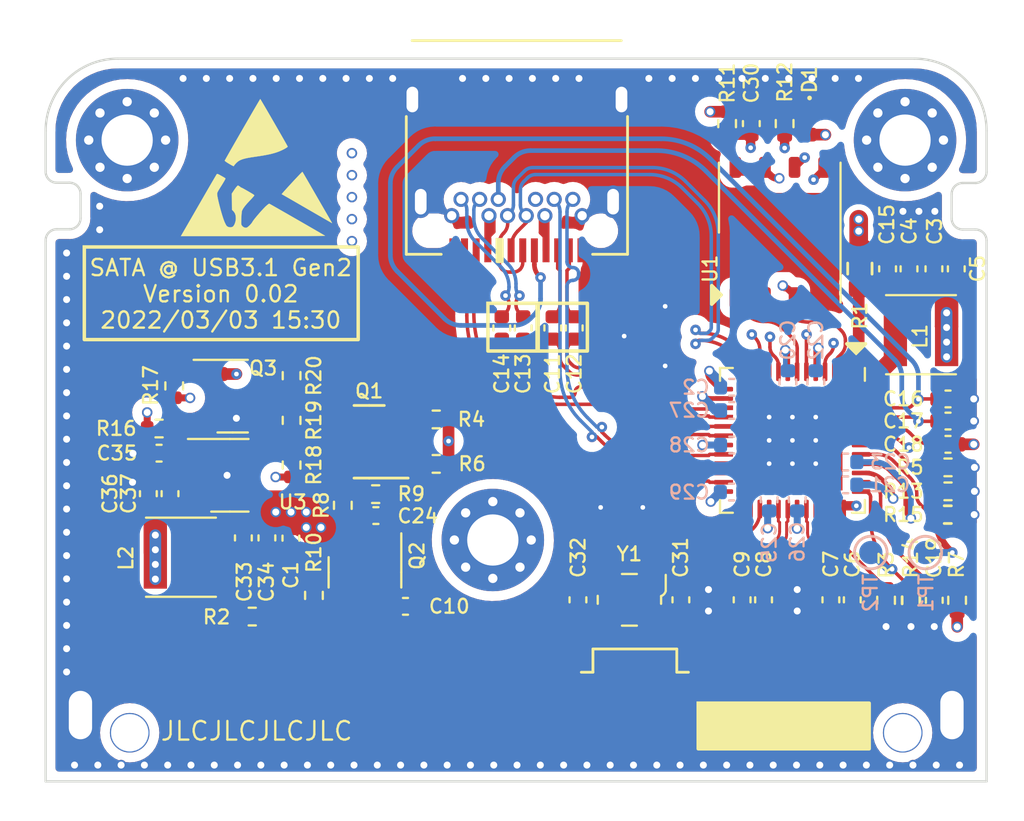
<source format=kicad_pcb>
(kicad_pcb (version 20211014) (generator pcbnew)
  (layers (0 "F.Cu" signal) (1 "In1.Cu" signal) (2 "In2.Cu" signal) (31 "B.Cu" signal) (34 "B.Paste" user) (35 "F.Paste" user) (36 "B.SilkS" user "B.Silkscreen") (37 "F.SilkS" user "F.Silkscreen") (38 "B.Mask" user) (39 "F.Mask" user) (44 "Edge.Cuts" user))
  (net 0 "")
  (net 1 "GND")
  (net 2 "VBUS")
  (net 3 "LDO_33")
  (net 4 "1V0")
  (net 5 "VREG")
  (net 6 "SA_TX+")
  (net 7 "SA_TX-")
  (net 8 "SA_RX-")
  (net 9 "SA_RX+")
  (net 10 "HDD5V")
  (net 11 "SS_TX1-")
  (net 12 "SS_TX1+")
  (net 13 "SS_TX2-")
  (net 14 "SS_TX2+")
  (net 15 "CC1")
  (net 16 "CC2")
  (net 17 "TME")
  (net 18 "RST#")
  (net 19 "Net-(C24-Pad2)")
  (net 20 "Net-(C30-Pad2)")
  (net 21 "Net-(C31-Pad1)")
  (net 22 "Net-(C32-Pad1)")
  (net 23 "Net-(C35-Pad1)")
  (net 24 "Net-(D1-Pad1)")
  (net 28 "DAS")
  (net 29 "Net-(J1-PadP13)")
  (net 30 "D+")
  (net 31 "D-")
  (net 32 "SS_RX2-")
  (net 33 "SS_RX2+")
  (net 35 "SS_RX1-")
  (net 36 "SS_RX1+")
  (net 37 "LXO")
  (net 38 "Net-(L2-Pad2)")
  (net 39 "Net-(Q1-Pad1)")
  (net 40 "Net-(Q1-Pad3)")
  (net 41 "GPIO11")
  (net 42 "Net-(Q3-Pad3)")
  (net 43 "REXT")
  (net 44 "GPIO7")
  (net 45 "GPIO4")
  (net 46 "GPIO10")
  (net 49 "Net-(R18-Pad1)")
  (net 50 "GPIO3")
  (net 51 "GPIO0")
  (net 52 "GPIO2")
  (net 53 "GPIO1")
  (net 55 "GPIO8")
  (net 56 "GPIO9")
  (net 57 "/SA_TXX+")
  (net 58 "/SA_TXX-")
  (net 59 "/SA_RXX+")
  (net 60 "/SA_RXX-")
  (net 61 "/SS_TX1X-")
  (net 62 "/SS_TX1X+")
  (net 63 "/SS_TX2X-")
  (net 64 "/SS_TX2X+")
  (footprint "Capacitor_SMD:C_0402_1005Metric" (layer "F.Cu") (at 132.684999 74.22 90)
    (fp_text reference "C14")
    (fp_text value "100nF")
  )
  (footprint "Inductor_SMD:L_Neosid_SMS-ME3015" (layer "F.Cu") (at 150.684999 74.51 180)
    (fp_text reference "L1")
    (fp_text value "4R7 / NS")
  )
  (footprint "Oscillator:Oscillator_SMD_ECS_2520MV-xxx-xx-4Pin_2.5x2.0mm" (layer "F.Cu") (at 138.164999 85.9 -90)
    (fp_text reference "Y1")
    (fp_text value "Crystal_GND24")
  )
  (footprint "Resistor_SMD:R_0402_1005Metric" (layer "F.Cu") (at 124.62 85.71 -90)
    (fp_text reference "R10")
    (fp_text value "0R / NS")
  )
  (footprint "Package_SON:WSON-8-1EP_6x5mm_P1.27mm_EP3.4x4.3mm" (layer "F.Cu") (at 144.62 70.12 90)
    (fp_text reference "U1")
    (fp_text value "W25Q32JVZP")
  )
  (footprint "Capacitor_SMD:C_0402_1005Metric" (layer "F.Cu") (at 122.6 83.24 90)
    (fp_text reference "C34")
    (fp_text value "100nF")
  )
  (footprint "Resistor_SMD:R_0402_1005Metric" (layer "F.Cu") (at 121.97 86.62 180)
    (fp_text reference "R2")
    (fp_text value "10K")
  )
  (footprint "Inductor_SMD:L_Neosid_SMS-ME3015" (layer "F.Cu") (at 118.91 84.07)
    (fp_text reference "L2")
    (fp_text value "3R3")
  )
  (footprint "Resistor_SMD:R_0402_1005Metric" (layer "F.Cu") (at 118.62 76.71 -90)
    (fp_text reference "R17")
    (fp_text value "4.7K")
  )
  (footprint "Capacitor_SMD:C_0402_1005Metric" (layer "F.Cu") (at 127.28 82.28)
    (fp_text reference "C24")
    (fp_text value "1uF")
  )
  (footprint "Resistor_SMD:R_0402_1005Metric" (layer "F.Cu") (at 123.66 78.19 -90)
    (fp_text reference "R19")
    (fp_text value "127K")
  )
  (footprint "Resistor_SMD:R_0402_1005Metric" (layer "F.Cu") (at 149.184999 85.92 -90)
    (fp_text reference "R3")
    (fp_text value "12K")
  )
  (footprint "Resistor_SMD:R_0603_1608Metric" (layer "F.Cu") (at 148.06 71.67 90)
    (fp_text reference "R1")
    (fp_text value "0R")
  )
  (footprint "lib:USB-C_24p" (layer "F.Cu") (at 133.334999 65.685 180)
    (fp_text reference "J2" hide)
    (fp_text value "USB_C_Receptacle")
  )
  (footprint "Capacitor_SMD:C_0402_1005Metric" (layer "F.Cu") (at 134.874999 74.22 90)
    (fp_text reference "C11")
    (fp_text value "100nF")
  )
  (footprint "Capacitor_SMD:C_0402_1005Metric" (layer "F.Cu") (at 147.734999 85.9 -90)
    (fp_text reference "C6")
    (fp_text value "10nF")
  )
  (footprint "Capacitor_SMD:C_0402_1005Metric" (layer "F.Cu") (at 121.590003 83.24 90)
    (fp_text reference "C33")
    (fp_text value "10uF")
  )
  (footprint "Resistor_SMD:R_0402_1005Metric" (layer "F.Cu") (at 129.87 78.15)
    (fp_text reference "R4")
    (fp_text value "4.7K")
  )
  (footprint "Resistor_SMD:R_0402_1005Metric" (layer "F.Cu") (at 152.234999 85.92 90)
    (fp_text reference "R7")
    (fp_text value "510K")
  )
  (footprint "Package_TO_SOT_SMD:SOT-23" (layer "F.Cu") (at 126.99 79.11 180)
    (fp_text reference "Q1")
    (fp_text value "MMBT3904LT1G(1AM)")
  )
  (footprint "Package_TO_SOT_SMD:SOT-23" (layer "F.Cu") (at 121.13 77.15)
    (fp_text reference "Q3")
    (fp_text value "AO3400A")
  )
  (footprint "MountingHole:MountingHole_2.2mm_M2_Pad_Via" (layer "F.Cu") (at 116.6 66.15)
    (fp_text reference "H2" hide)
    (fp_text value "MountingHole")
  )
  (footprint "Capacitor_SMD:C_0402_1005Metric" (layer "F.Cu") (at 151.844999 79.22)
    (fp_text reference "C18")
    (fp_text value "1uF")
  )
  (footprint "Package_TO_SOT_SMD:SOT-23-5" (layer "F.Cu") (at 121.01 80.55)
    (fp_text reference "U3")
    (fp_text value "FP6381A")
  )
  (footprint "Capacitor_SMD:C_0402_1005Metric" (layer "F.Cu") (at 151.24 71.68 90)
    (fp_text reference "C3")
    (fp_text value "10uF")
  )
  (footprint "Resistor_SMD:R_0402_1005Metric" (layer "F.Cu") (at 125.86 81.84 -90)
    (fp_text reference "R8")
    (fp_text value "1K")
  )
  (footprint "Capacitor_SMD:C_0402_1005Metric" (layer "F.Cu") (at 152.2 71.68 90)
    (fp_text reference "C5")
    (fp_text value "10uF")
  )
  (footprint "Capacitor_SMD:C_0402_1005Metric" (layer "F.Cu") (at 143.004999 85.9 -90)
    (fp_text reference "C9")
    (fp_text value "10nF")
  )
  (footprint "Resistor_SMD:R_0402_1005Metric" (layer "F.Cu") (at 144.83 65.44 90)
    (fp_text reference "R12")
    (fp_text value "1K")
  )
  (footprint "Resistor_SMD:R_0402_1005Metric" (layer "F.Cu") (at 150.254998 85.92 -90)
    (fp_text reference "R14")
    (fp_text value "100K")
  )
  (footprint "MountingHole:MountingHole_2.2mm_M2_Pad_Via" (layer "F.Cu") (at 132.3 83.33)
    (fp_text reference "H3" hide)
    (fp_text value "MountingHole")
  )
  (footprint "Capacitor_SMD:C_0402_1005Metric" (layer "F.Cu") (at 149.25 71.68 -90)
    (fp_text reference "C15")
    (fp_text value "100nF")
  )
  (footprint "Resistor_SMD:R_0402_1005Metric" (layer "F.Cu") (at 123.66 76.27 -90)
    (fp_text reference "R20")
    (fp_text value "510K")
  )
  (footprint "Capacitor_SMD:C_0402_1005Metric" (layer "F.Cu") (at 140.374999 85.9 -90)
    (fp_text reference "C31")
    (fp_text value "20pF")
  )
  (footprint "Capacitor_SMD:C_0402_1005Metric" (layer "F.Cu") (at 135.794999 74.22 90)
    (fp_text reference "C12")
    (fp_text value "100nF")
  )
  (footprint "Capacitor_SMD:C_0402_1005Metric" (layer "F.Cu") (at 135.954999 85.9 90)
    (fp_text reference "C32")
    (fp_text value "20pF")
  )
  (footprint "Resistor_SMD:R_0402_1005Metric" (layer "F.Cu") (at 117.97 78.54 180)
    (fp_text reference "R16")
    (fp_text value "510K")
  )
  (footprint "Resistor_SMD:R_0402_1005Metric" (layer "F.Cu") (at 142.36 65.44 -90)
    (fp_text reference "R11")
    (fp_text value "2R2")
  )
  (footprint "Capacitor_SMD:C_0402_1005Metric" (layer "F.Cu") (at 143.924999 85.9 -90)
    (fp_text reference "C8")
    (fp_text value "10nF")
  )
  (footprint "Capacitor_SMD:C_0402_1005Metric" (layer "F.Cu") (at 150.17 71.68 -90)
    (fp_text reference "C4")
    (fp_text value "10uF")
  )
  (footprint "Resistor_SMD:R_0402_1005Metric" (layer "F.Cu") (at 129.87 80.06 180)
    (fp_text reference "R6")
    (fp_text value "4.7K")
  )
  (footprint "Capacitor_SMD:C_0402_1005Metric" (layer "F.Cu") (at 143.4 65.44 -90)
    (fp_text reference "C30")
    (fp_text value "1uF")
  )
  (footprint "Capacitor_SMD:C_0402_1005Metric" (layer "F.Cu") (at 146.814999 85.9 -90)
    (fp_text reference "C7")
    (fp_text value "10nF")
  )
  (footprint "Capacitor_SMD:C_0402_1005Metric" (layer "F.Cu") (at 151.844999 77.27 180)
    (fp_text reference "C16")
    (fp_text value "330pF")
  )
  (footprint "Package_DFN_QFN:QFN-48-1EP_6x6mm_P0.4mm_EP4.3x4.3mm" (layer "F.Cu") (at 145.164999 79.05 -90)
    (fp_text reference "U2" hide)
    (fp_text value "JMS580")
  )
  (footprint "LED_SMD:LED_0402_1005Metric" (layer "F.Cu") (at 145.9 65.429952 -90)
    (fp_text reference "D1")
    (fp_text value "LED")
  )
  (footprint "Capacitor_SMD:C_0402_1005Metric" (layer "F.Cu") (at 151.844999 78.22 180)
    (fp_text reference "C17")
    (fp_text value "330pF")
  )
  (footprint "Capacitor_SMD:C_0402_1005Metric" (layer "F.Cu") (at 123.63 83.25 90)
    (fp_text reference "C1")
    (fp_text value "4.7uF")
  )
  (footprint "Capacitor_SMD:C_0402_1005Metric" (layer "F.Cu") (at 118.44 81.34 -90)
    (fp_text reference "C36")
    (fp_text value "10uF")
  )
  (footprint "Capacitor_SMD:C_0402_1005Metric" (layer "F.Cu") (at 117.51 81.339999 -90)
    (fp_text reference "C37")
    (fp_text value "100nF")
  )
  (footprint "Symbol:ESD-Logo_6.6x6mm_SilkScreen" (layer "F.Cu") (at 122.16 67.314662)
    (fp_text reference "H4" hide)
    (fp_text value "Symbol" hide)
  )
  (footprint "Capacitor_SMD:C_0402_1005Metric" (layer "F.Cu") (at 117.97 79.6 180)
    (fp_text reference "C35")
    (fp_text value "1uF")
  )
  (footprint "Capacitor_SMD:C_0402_1005Metric" (layer "F.Cu") (at 133.604999 74.22 90)
    (fp_text reference "C13")
    (fp_text value "100nF")
  )
  (footprint "Resistor_SMD:R_0402_1005Metric" (layer "F.Cu") (at 151.834999 82.24)
    (fp_text reference "R15")
    (fp_text value "100K")
  )
  (footprint "Package_TO_SOT_SMD:SOT-23" (layer "F.Cu") (at 126.81 84.72 -90)
    (fp_text reference "Q2")
    (fp_text value "AO3401A")
  )
  (footprint "MountingHole:MountingHole_2.2mm_M2_Pad_Via" (layer "F.Cu") (at 150 66.15)
    (fp_text reference "H1" hide)
    (fp_text value "MountingHole")
  )
  (footprint "Resistor_SMD:R_0402_1005Metric" (layer "F.Cu") (at 123.66 80.11 -90)
    (fp_text reference "R18")
    (fp_text value "100K")
  )
  (footprint "Resistor_SMD:R_0402_1005Metric" (layer "F.Cu") (at 151.844999 81.24)
    (fp_text reference "R13")
    (fp_text value "4.7K")
  )
  (footprint "Resistor_SMD:R_0402_1005Metric" (layer "F.Cu") (at 151.844999 80.21)
    (fp_text reference "R5")
    (fp_text value "4.7K")
  )
  (footprint "Capacitor_SMD:C_0402_1005Metric" (layer "F.Cu") (at 128.55 86.18)
    (fp_text reference "C10")
    (fp_text value "4.7uF")
  )
  (footprint "Resistor_SMD:R_0402_1005Metric" (layer "F.Cu") (at 127.27 81.36 180)
    (fp_text reference "R9")
    (fp_text value "0R")
  )
  (footprint "lib:SATA-22P-M" (layer "F.Cu") (at 149.8992 91.6114)
    (fp_text reference "J1" hide)
    (fp_text value "ATA-A")
  )
  (footprint "Capacitor_SMD:C_0402_1005Metric" (layer "F.Cu") (at 151.254998 85.92 90)
    (fp_text reference "C19")
    (fp_text value "1uF")
  )
  (footprint "TestPoint:TestPoint_Pad_D1.0mm" (layer "B.Cu") (at 150.87 83.87 -90)
    (fp_text reference "TP1")
    (fp_text value "TestPoint")
  )
  (footprint "Capacitor_SMD:C_0402_1005Metric" (layer "B.Cu") (at 142.55 81.27)
    (fp_text reference "C29")
    (fp_text value "100nF")
  )
  (footprint "Capacitor_SMD:C_0402_1005Metric" (layer "B.Cu") (at 142.56 76.77)
    (fp_text reference "C2")
    (fp_text value "1uF")
  )
  (footprint "Capacitor_SMD:C_0402_1005Metric" (layer "B.Cu") (at 144.97 76.54 -90)
    (fp_text reference "C20")
    (fp_text value "100nF")
  )
  (footprint "TestPoint:TestPoint_Pad_D1.0mm" (layer "B.Cu") (at 148.53 83.87 -90)
    (fp_text reference "TP2")
    (fp_text value "TestPoint")
  )
  (footprint "Capacitor_SMD:C_0402_1005Metric" (layer "B.Cu") (at 144.164999 81.6 90)
    (fp_text reference "C25")
    (fp_text value "100nF")
  )
  (footprint "Capacitor_SMD:C_0402_1005Metric" (layer "B.Cu") (at 147.45 79.979999 180)
    (fp_text reference "C23")
    (fp_text value "100nF")
  )
  (footprint "Capacitor_SMD:C_0402_1005Metric" (layer "B.Cu") (at 147.45 80.96 180)
    (fp_text reference "C21")
    (fp_text value "100nF")
  )
  (footprint "Capacitor_SMD:C_0402_1005Metric" (layer "B.Cu") (at 145.37 81.6 90)
    (fp_text reference "C26")
    (fp_text value "100nF")
  )
  (footprint "Capacitor_SMD:C_0402_1005Metric" (layer "B.Cu") (at 146.17 76.54 -90)
    (fp_text reference "C22")
    (fp_text value "100nF")
  )
  (footprint "Capacitor_SMD:C_0402_1005Metric" (layer "B.Cu") (at 142.56 77.763)
    (fp_text reference "C27")
    (fp_text value "100nF")
  )
  (footprint "Capacitor_SMD:C_0402_1005Metric" (layer "B.Cu") (at 142.56 79.25)
    (fp_text reference "C28")
    (fp_text value "100nF")
  )
  (gr_rect (start 132.493161 70.428768) (end 132.693161 71.358768) (layer "F.SilkS") (width 0.15) (fill solid))
  (gr_poly (pts (xy 142.1 72.799999) (xy 141.7 73.2) (xy 141.7 72.4)) (layer "F.SilkS") (width 0.15) (fill solid))
  (gr_rect (start 141.12 90.34) (end 148.46 92.3) (layer "F.SilkS") (width 0.15) (fill solid))
  (gr_poly (pts (xy 147.9 75.3) (xy 147.5 74.9) (xy 148.3 74.9)) (layer "F.SilkS") (width 0.15) (fill solid))
  (gr_rect (start 134.25 73.16) (end 136.36 75.21) (layer "F.SilkS") (width 0.15) (fill none))
  (gr_rect (start 114.76 70.74) (end 126.52 74.72) (layer "F.SilkS") (width 0.15) (fill none))
  (gr_rect (start 132.09 73.16) (end 134.2 75.21) (layer "F.SilkS") (width 0.15) (fill none))
  (gr_line locked (start 114.134124 69.98) (end 113.585876 69.98) (layer "Edge.Cuts") (width 0.1))
  (gr_arc locked (start 153.010876 69.99) (mid 153.355914 70.124665) (end 153.5 70.465876) (layer "Edge.Cuts") (width 0.1))
  (gr_line locked (start 113.1 93.7) (end 113.1 70.48) (layer "Edge.Cuts") (width 0.1))
  (gr_arc locked (start 152.475 69.99) (mid 152.139124 69.850876) (end 152 69.515) (layer "Edge.Cuts") (width 0.1))
  (gr_arc locked (start 152.000876 68.465876) (mid 152.14 68.13) (end 152.475876 67.990876) (layer "Edge.Cuts") (width 0.1))
  (gr_arc locked (start 114.11 67.98) (mid 114.455038 68.114665) (end 114.599124 68.455876) (layer "Edge.Cuts") (width 0.1))
  (gr_arc locked (start 113.54 67.98) (mid 113.21886 67.819003) (end 113.1 67.48) (layer "Edge.Cuts") (width 0.1))
  (gr_line locked (start 114.599124 68.455876) (end 114.599124 69.504124) (layer "Edge.Cuts") (width 0.1))
  (gr_arc locked (start 114.599124 69.504124) (mid 114.463574 69.836796) (end 114.134124 69.98) (layer "Edge.Cuts") (width 0.1))
  (gr_line locked (start 153.5 93.7) (end 113.1 93.7) (layer "Edge.Cuts") (width 0.1))
  (gr_line locked (start 152.475876 67.990876) (end 153.03055 67.990876) (layer "Edge.Cuts") (width 0.1))
  (gr_line locked (start 153.5 67.53) (end 153.5 65.75) (layer "Edge.Cuts") (width 0.1))
  (gr_line locked (start 113.54 67.98) (end 114.11 67.98) (layer "Edge.Cuts") (width 0.1))
  (gr_line locked (start 153.010876 69.99) (end 152.475 69.99) (layer "Edge.Cuts") (width 0.1))
  (gr_arc locked (start 150.407684 62.649597) (mid 152.597142 63.558176) (end 153.5 65.75) (layer "Edge.Cuts") (width 0.1))
  (gr_arc locked (start 113.1 65.75) (mid 114.008087 63.557684) (end 116.200403 62.649597) (layer "Edge.Cuts") (width 0.1))
  (gr_line locked (start 113.1 67.48) (end 113.1 65.75) (layer "Edge.Cuts") (width 0.1))
  (gr_arc locked (start 153.5 67.53) (mid 153.357043 67.853913) (end 153.03055 67.990876) (layer "Edge.Cuts") (width 0.1))
  (gr_line locked (start 152.000876 68.465876) (end 152 69.515) (layer "Edge.Cuts") (width 0.1))
  (gr_arc locked (start 113.1 70.48) (mid 113.234196 70.12433) (end 113.585876 69.98) (layer "Edge.Cuts") (width 0.1))
  (gr_line locked (start 116.200403 62.649597) (end 150.407684 62.649597) (layer "Edge.Cuts") (width 0.1))
  (gr_line locked (start 153.5 70.465876) (end 153.5 93.7) (layer "Edge.Cuts") (width 0.1))
  (gr_text "JLCJLCJLCJLC" (at 122.16 91.54) (layer "F.SilkS") (effects (font (size 0.8 0.8) (thickness 0.1))))
  (gr_text "SATA @ USB3.1 Gen2\nVersion 0.02\n2022/03/03 15:30" (at 120.62 72.76) (layer "F.SilkS") (effects (font (size 0.7 0.7) (thickness 0.1))))
  (segment (start 148.114999 77.25) (end 146.964999 77.25) (width 0.2) (layer "F.Cu") (net 1))
  (via (at 139.7 75.85) (size 0.45) (drill 0.2) (layers "F.Cu" "B.Cu") (net 1))
  (via (at 114 85) (size 0.45) (drill 0.3) (layers "F.Cu" "B.Cu") (net 1))
  (via (at 135 63.5) (size 0.45) (drill 0.3) (layers "F.Cu" "B.Cu") (net 1))
  (via (at 145 63.5) (size 0.45) (drill 0.3) (layers "F.Cu" "B.Cu") (net 1))
  (via (at 123 63.5) (size 0.45) (drill 0.3) (layers "F.Cu" "B.Cu") (net 1))
  (via (at 146.164999 78.05) (size 0.45) (drill 0.2) (layers "F.Cu" "B.Cu") (net 1))
  (via (at 114 88) (size 0.45) (drill 0.3) (layers "F.Cu" "B.Cu") (net 1))
  (via (at 148.34 93) (size 0.45) (drill 0.3) (layers "F.Cu" "B.Cu") (net 1))
  (via (at 114 80) (size 0.45) (drill 0.3) (layers "F.Cu" "B.Cu") (net 1))
  (via (at 151.28 69.21) (size 0.45) (drill 0.3) (layers "F.Cu" "B.Cu") (net 1))
  (via (at 136.34 93) (size 0.45) (drill 0.3) (layers "F.Cu" "B.Cu") (net 1))
  (via (at 150.254998 87.05) (size 0.45) (drill 0.3) (layers "F.Cu" "B.Cu") (net 1))
  (via (at 137.34 93) (size 0.45) (drill 0.3) (layers "F.Cu" "B.Cu") (net 1))
  (via (at 133 63.5) (size 0.45) (drill 0.3) (layers "F.Cu" "B.Cu") (net 1))
  (via (at 143.34 93) (size 0.45) (drill 0.3) (layers "F.Cu" "B.Cu") (net 1))
  (via (at 143.999999 63.5) (size 0.45) (drill 0.3) (layers "F.Cu" "B.Cu") (net 1))
  (via (at 139.34 93) (size 0.45) (drill 0.3) (layers "F.Cu" "B.Cu") (net 1))
  (via (at 135.34 93) (size 0.45) (drill 0.3) (layers "F.Cu" "B.Cu") (net 1))
  (via (at 145.164999 80.05) (size 0.45) (drill 0.2) (layers "F.Cu" "B.Cu") (net 1))
  (via (at 152.95 77.27) (size 0.45) (drill 0.3) (layers "F.Cu" "B.Cu") (net 1))
  (via (at 146 63.5) (size 0.45) (drill 0.3) (layers "F.Cu" "B.Cu") (net 1))
  (via (at 146.34 93) (size 0.45) (drill 0.3) (layers "F.Cu" "B.Cu") (net 1))
  (via locked (at 145.37 86.38) (size 0.45) (drill 0.3) (layers "F.Cu" "B.Cu") (net 1))
  (via (at 152.34 93) (size 0.45) (drill 0.3) (layers "F.Cu" "B.Cu") (net 1))
  (via (at 151.34 93) (size 0.45) (drill 0.3) (layers "F.Cu" "B.Cu") (net 1))
  (via (at 143 63.5) (size 0.45) (drill 0.3) (layers "F.Cu" "B.Cu") (net 1))
  (via (at 144.34 93) (size 0.45) (drill 0.3) (layers "F.Cu" "B.Cu") (net 1))
  (via (at 120.89 80.55) (size 0.45) (drill 0.3) (layers "F.Cu" "B.Cu") (net 1))
  (via (at 144.164999 79.05) (size 0.45) (drill 0.2) (layers "F.Cu" "B.Cu") (net 1))
  (via (at 149.91 69.21) (size 0.45) (drill 0.3) (layers "F.Cu" "B.Cu") (net 1))
  (via (at 146.164999 79.05) (size 0.45) (drill 0.2) (layers "F.Cu" "B.Cu") (net 1))
  (via (at 129.34 93) (size 0.45) (drill 0.3) (layers "F.Cu" "B.Cu") (net 1))
  (via (at 132.34 93) (size 0.45) (drill 0.3) (layers "F.Cu" "B.Cu") (net 1))
  (via (at 150.34 93) (size 0.45) (drill 0.3) (layers "F.Cu" "B.Cu") (net 1))
  (via (at 119 63.5) (size 0.45) (drill 0.3) (layers "F.Cu" "B.Cu") (net 1))
  (via (at 114 77) (size 0.45) (drill 0.3) (layers "F.Cu" "B.Cu") (net 1))
  (via locked (at 145.37 85.46) (size 0.45) (drill 0.3) (layers "F.Cu" "B.Cu") (net 1))
  (via (at 149.184999 87.05) (size 0.45) (drill 0.3) (layers "F.Cu" "B.Cu") (net 1))
  (via (at 131.34 93) (size 0.45) (drill 0.3) (layers "F.Cu" "B.Cu") (net 1))
  (via (at 115.34 93) (size 0.45) (drill 0.3) (layers "F.Cu" "B.Cu") (net 1))
  (via (at 152.98 80.21) (size 0.45) (drill 0.3) (layers "F.Cu" "B.Cu") (net 1))
  (via (at 114.34 93) (size 0.45) (drill 0.3) (layers "F.Cu" "B.Cu") (net 1))
  (via (at 125.34 93) (size 0.45) (drill 0.3) (layers "F.Cu" "B.Cu") (net 1))
  (via (at 121 63.5) (size 0.45) (drill 0.3) (layers "F.Cu" "B.Cu") (net 1))
  (via (at 121.29 78.1) (size 0.45) (drill 0.3) (layers "F.Cu" "B.Cu") (net 1))
  (via (at 148.000001 63.5) (size 0.45) (drill 0.3) (layers "F.Cu" "B.Cu") (net 1))
  (via (at 128.34 93) (size 0.45) (drill 0.3) (layers "F.Cu" "B.Cu") (net 1))
  (via (at 127 63.5) (size 0.45) (drill 0.3) (layers "F.Cu" "B.Cu") (net 1))
  (via (at 147 63.5) (size 0.45) (drill 0.3) (layers "F.Cu" "B.Cu") (net 1))
  (via (at 123.34 93) (size 0.45) (drill 0.3) (layers "F.Cu" "B.Cu") (net 1))
  (via (at 119.34 93) (size 0.45) (drill 0.3) (layers "F.Cu" "B.Cu") (net 1))
  (via (at 114 87) (size 0.45) (drill 0.3) (layers "F.Cu" "B.Cu") (net 1))
  (via (at 142 63.5) (size 0.45) (drill 0.3) (layers "F.Cu" "B.Cu") (net 1))
  (via (at 126 63.5) (size 0.45) (drill 0.3) (layers "F.Cu" "B.Cu") (net 1))
  (via (at 114 78) (size 0.45) (drill 0.3) (layers "F.Cu" "B.Cu") (net 1))
  (via (at 130.34 93) (size 0.45) (drill 0.3) (layers "F.Cu" "B.Cu") (net 1))
  (via (at 125 63.5) (size 0.45) (drill 0.3) (layers "F.Cu" "B.Cu") (net 1))
  (via (at 141.56 85.46) (size 0.45) (drill 0.3) (layers "F.Cu" "B.Cu") (net 1))
  (via (at 114 74) (size 0.45) (drill 0.3) (layers "F.Cu" "B.Cu") (net 1))
  (via (at 146.164999 80.05) (size 0.45) (drill 0.2) (layers "F.Cu" "B.Cu") (net 1))
  (via (at 133.34 93) (size 0.45) (drill 0.3) (layers "F.Cu" "B.Cu") (net 1))
  (via (at 122 63.5) (size 0.45) (drill 0.3) (layers "F.Cu" "B.Cu") (net 1))
  (via (at 114 82) (size 0.45) (drill 0.3) (layers "F.Cu" "B.Cu") (net 1))
  (via (at 118.34 93) (size 0.45) (drill 0.3) (layers "F.Cu" "B.Cu") (net 1))
  (via (at 138.34 93) (size 0.45) (drill 0.3) (layers "F.Cu" "B.Cu") (net 1))
  (via (at 144.164999 80.05) (size 0.45) (drill 0.2) (layers "F.Cu" "B.Cu") (net 1))
  (via (at 114 89) (size 0.45) (drill 0.3) (layers "F.Cu" "B.Cu") (net 1))
  (via (at 122.34 93) (size 0.45) (drill 0.3) (layers "F.Cu" "B.Cu") (net 1))
  (via (at 141.34 93) (size 0.45) (drill 0.3) (layers "F.Cu" "B.Cu") (net 1))
  (via (at 115.42 68.99) (size 0.45) (drill 0.3) (layers "F.Cu" "B.Cu") (net 1))
  (via (at 131 63.5) (size 0.45) (drill 0.3) (layers "F.Cu" "B.Cu") (net 1))
  (via (at 114 73) (size 0.45) (drill 0.3) (layers "F.Cu" "B.Cu") (net 1))
  (via (at 127.34 93) (size 0.45) (drill 0.3) (layers "F.Cu" "B.Cu") (net 1))
  (via (at 114 84) (size 0.45) (drill 0.3) (layers "F.Cu" "B.Cu") (net 1))
  (via (at 145.164999 78.05) (size 0.45) (drill 0.2) (layers "F.Cu" "B.Cu") (net 1))
  (via (at 135.999999 63.5) (size 0.45) (drill 0.3) (layers "F.Cu" "B.Cu") (net 1))
  (via (at 136.93 81.93) (size 0.45) (drill 0.2) (layers "F.Cu" "B.Cu") (net 1))
  (via (at 139 63.5) (size 0.45) (drill 0.3) (layers "F.Cu" "B.Cu") (net 1))
  (via (at 116.85 79.61) (size 0.45) (drill 0.3) (layers "F.Cu" "B.Cu") (net 1))
  (via (at 147.34 93) (size 0.45) (drill 0.3) (layers "F.Cu" "B.Cu") (net 1))
  (via (at 150.595 69.21) (size 0.45) (drill 0.3) (layers "F.Cu" "B.Cu") (net 1))
  (via (at 134 63.5) (size 0.45) (drill 0.3) (layers "F.Cu" "B.Cu") (net 1))
  (via (at 132.000001 63.5) (size 0.45) (drill 0.3) (layers "F.Cu" "B.Cu") (net 1))
  (via (at 115.42 70) (size 0.45) (drill 0.3) (layers "F.Cu" "B.Cu") (net 1))
  (via (at 152.95 78.22) (size 0.45) (drill 0.3) (layers "F.Cu" "B.Cu") (net 1))
  (via (at 144.164999 78.05) (size 0.45) (drill 0.2) (layers "F.Cu" "B.Cu") (net 1))
  (via (at 149.34 93) (size 0.45) (drill 0.3) (layers "F.Cu" "B.Cu") (net 1))
  (via (at 139.7 73.29) (size 0.45) (drill 0.2) (layers "F.Cu" "B.Cu") (net 1))
  (via (at 114 71) (size 0.45) (drill 0.3) (layers "F.Cu" "B.Cu") (net 1))
  (via (at 134.34 93) (size 0.45) (drill 0.3) (layers "F.Cu" "B.Cu") (net 1))
  (via (at 126.34 93) (size 0.45) (drill 0.3) (layers "F.Cu" "B.Cu") (net 1))
  (via (at 152.97 82.24) (size 0.45) (drill 0.3) (layers "F.Cu" "B.Cu") (net 1))
  (via (at 151.254998 87.05) (size 0.45) (drill 0.3) (layers "F.Cu" "B.Cu") (net 1))
  (via (at 141 63.5) (size 0.45) (drill 0.3) (layers "F.Cu" "B.Cu") (net 1))
  (via (at 152.98 81.24) (size 0.45) (drill 0.3) (layers "F.Cu" "B.Cu") (net 1))
  (via (at 114 72) (size 0.45) (drill 0.3) (layers "F.Cu" "B.Cu") (net 1))
  (via (at 114 83) (size 0.45) (drill 0.3) (layers "F.Cu" "B.Cu") (net 1))
  (via (at 117.34 93) (size 0.45) (drill 0.3) (layers "F.Cu" "B.Cu") (net 1))
  (via (at 138.74 81.93) (size 0.45) (drill 0.2) (layers "F.Cu" "B.Cu") (net 1))
  (via (at 119.999999 63.5) (size 0.45) (drill 0.3) (layers "F.Cu" "B.Cu") (net 1))
  (via (at 145.34 93) (size 0.45) (drill 0.3) (layers "F.Cu" "B.Cu") (net 1))
  (via (at 114 75) (size 0.45) (drill 0.3) (layers "F.Cu" "B.Cu") (net 1))
  (via (at 121.34 93) (size 0.45) (drill 0.3) (layers "F.Cu" "B.Cu") (net 1))
  (via (at 124.34 93) (size 0.45) (drill 0.3) (layers "F.Cu" "B.Cu") (net 1))
  (via (at 145.164999 79.05) (size 0.45) (drill 0.2) (layers "F.Cu" "B.Cu") (net 1))
  (via (at 114 79) (size 0.45) (drill 0.3) (layers "F.Cu" "B.Cu") (net 1))
  (via (at 142.34 93) (size 0.45) (drill 0.3) (layers "F.Cu" "B.Cu") (net 1))
  (via (at 137.94 74.57) (size 0.45) (drill 0.2) (layers "F.Cu" "B.Cu") (net 1))
  (via (at 114 86) (size 0.45) (drill 0.3) (layers "F.Cu" "B.Cu") (net 1))
  (via (at 140.34 93) (size 0.45) (drill 0.3) (layers "F.Cu" "B.Cu") (net 1))
  (via (at 114 81) (size 0.45) (drill 0.3) (layers "F.Cu" "B.Cu") (net 1))
  (via (at 140.000001 63.5) (size 0.45) (drill 0.3) (layers "F.Cu" "B.Cu") (net 1))
  (via (at 116.34 93) (size 0.45) (drill 0.3) (layers "F.Cu" "B.Cu") (net 1))
  (via (at 114 76) (size 0.45) (drill 0.3) (layers "F.Cu" "B.Cu") (net 1))
  (via (at 141.56 86.38) (size 0.45) (drill 0.3) (layers "F.Cu" "B.Cu") (net 1))
  (via (at 124.000001 63.5) (size 0.45) (drill 0.3) (layers "F.Cu" "B.Cu") (net 1))
  (via (at 127.999999 63.5) (size 0.45) (drill 0.3) (layers "F.Cu" "B.Cu") (net 1))
  (via (at 120.34 93) (size 0.45) (drill 0.3) (layers "F.Cu" "B.Cu") (net 1))
  (via (at 116.83 80.85) (size 0.45) (drill 0.3) (layers "F.Cu" "B.Cu") (net 1))
  (segment (start 132.084999 70.885) (end 132.084999 69.445) (width 0.3) (layer "F.Cu") (net 2))
  (segment (start 125.86 82.35) (end 126.77 82.35) (width 0.5) (layer "F.Cu") (net 2))
  (segment (start 126.77 82.35) (end 126.84 82.28) (width 0.5) (layer "F.Cu") (net 2))
  (segment (start 134.625001 70.375001) (end 134.37 70.12) (width 0.2) (layer "F.Cu") (net 2))
  (segment (start 146.574952 65.914952) (end 146.58 65.92) (width 0.5) (layer "F.Cu") (net 2))
  (segment (start 134.584999 69.445) (end 134.534999 69.395) (width 0.3) (layer "F.Cu") (net 2))
  (segment (start 148.01 70.795) (end 148.01 69.55) (width 0.8) (layer "F.Cu") (net 2))
  (segment (start 141.63 64.93) (end 142.36 64.93) (width 0.5) (layer "F.Cu") (net 2))
  (segment (start 148.06 70.845) (end 148.01 70.795) (width 0.8) (layer "F.Cu") (net 2))
  (segment (start 117.46 78.54) (end 117.46 77.85) (width 0.3) (layer "F.Cu") (net 2))
  (segment (start 132.064999 70.335001) (end 132.32 70.08) (width 0.2) (layer "F.Cu") (net 2))
  (segment (start 145.9 65.914952) (end 146.574952 65.914952) (width 0.5) (layer "F.Cu") (net 2))
  (segment (start 132.084999 69.445) (end 132.134999 69.395) (width 0.3) (layer "F.Cu") (net 2))
  (segment (start 134.584999 70.885) (end 134.584999 69.445) (width 0.3) (layer "F.Cu") (net 2))
  (segment (start 134.37 70.115773) (end 134.37 69.53) (width 0.2) (layer "F.Cu") (net 2))
  (segment (start 132.32 70.075773) (end 132.32 69.49) (width 0.2) (layer "F.Cu") (net 2))
  (via (at 126.25 69.545) (size 0.45) (drill 0.3) (layers "F.Cu" "B.Cu") (net 2))
  (via (at 123.635 82.13) (size 0.45) (drill 0.3) (layers "F.Cu" "B.Cu") (net 2))
  (via (at 148.01 70.06) (size 0.45) (drill 0.3) (layers "F.Cu" "B.Cu") (net 2))
  (via (at 124.29 82.79) (size 0.45) (drill 0.3) (layers "F.Cu" "B.Cu") (net 2))
  (via (at 126.25 67.655) (size 0.45) (drill 0.3) (layers "F.Cu" "B.Cu") (net 2))
  (via (at 122.98 82.13) (size 0.45) (drill 0.3) (layers "F.Cu" "B.Cu") (net 2))
  (via (at 146.58 65.92) (size 0.45) (drill 0.3) (layers "F.Cu" "B.Cu") (net 2))
  (via (at 126.25 70.49) (size 0.45) (drill 0.3) (layers "F.Cu" "B.Cu") (net 2))
  (via (at 124.92 82.79) (size 0.45) (drill 0.3) (layers "F.Cu" "B.Cu") (net 2))
  (via (at 141.63 64.93) (size 0.45) (drill 0.3) (layers "F.Cu" "B.Cu") (net 2))
  (via (at 148.01 69.55) (size 0.45) (drill 0.3) (layers "F.Cu" "B.Cu") (net 2))
  (via (at 126.25 66.71) (size 0.45) (drill 0.3) (layers "F.Cu" "B.Cu") (net 2))
  (via (at 126.25 68.6) (size 0.45) (drill 0.3) (layers "F.Cu" "B.Cu") (net 2))
  (via (at 117.46 77.85) (size 0.45) (drill 0.3) (layers "F.Cu" "B.Cu") (net 2))
  (via (at 124.29 82.13) (size 0.45) (drill 0.3) (layers "F.Cu" "B.Cu") (net 2))
  (segment (start 149.482942 81.542942) (end 149.49 81.55) (width 0.2) (layer "F.Cu") (net 3))
  (segment (start 118.625 77.225) (end 118.62 77.22) (width 0.3) (layer "F.Cu") (net 3))
  (segment (start 143.985 67.425) (end 144.232843 67.672843) (width 0.3) (layer "F.Cu") (net 3))
  (segment (start 142.705 67.53) (end 143.975 67.53) (width 0.3) (layer "F.Cu") (net 3))
  (segment (start 145.255 72.82) (end 145.022157 72.587157) (width 0.3) (layer "F.Cu") (net 3))
  (segment (start 144.893377 72.49806) (end 144.84806 72.49806) (width 0.3) (layer "F.Cu") (net 3))
  (segment (start 152.24 87.06) (end 152.24 86.435001) (width 0.5) (layer "F.Cu") (net 3))
  (segment (start 144.964999 75.274999) (end 144.86 75.17) (width 0.2) (layer "F.Cu") (net 3))
  (segment (start 144.84806 72.49806) (end 144.75 72.4) (width 0.3) (layer "F.Cu") (net 3))
  (segment (start 141.844999 76.47) (end 142.215552 76.840553) (width 0.2) (layer "F.Cu") (net 3))
  (segment (start 144.515685 67.79) (end 144.6 67.79) (width 0.3) (layer "F.Cu") (net 3))
  (segment (start 143.985 67.42) (end 143.985 67.425) (width 0.3) (layer "F.Cu") (net 3))
  (segment (start 152.24 86.435001) (end 152.234999 86.43) (width 0.5) (layer "F.Cu") (net 3))
  (segment (start 148.114999 80.45) (end 148.305786 80.45) (width 0.15) (layer "F.Cu") (net 3))
  (segment (start 149.482942 81.488833) (end 149.482942 81.542942) (width 0.2) (layer "F.Cu") (net 3))
  (segment (start 141.654446 76.479447) (end 142.024999 76.85) (width 0.2) (layer "F.Cu") (net 3))
  (segment (start 144.964999 76.1) (end 144.964999 75.274999) (width 0.2) (layer "F.Cu") (net 3))
  (segment (start 119.3 77.225) (end 118.625 77.225) (width 0.3) (layer "F.Cu") (net 3))
  (segment (start 149.012893 80.742893) (end 149.284975 81.014975) (width 0.2) (layer "F.Cu") (net 3))
  (segment (start 142.024999 76.85) (end 142.214999 76.85) (width 0.2) (layer "F.Cu") (net 3))
  (segment (start 152.95 79.22) (end 152.324999 79.22) (width 0.5) (layer "F.Cu") (net 3))
  (segment (start 149.49 81.509949) (end 149.49 81.55) (width 0.15) (layer "F.Cu") (net 3))
  (via (at 141.6 76.07) (size 0.45) (drill 0.3) (layers "F.Cu" "B.Cu") (net 3))
  (via (at 152.24 87.06) (size 0.45) (drill 0.3) (layers "F.Cu" "B.Cu") (net 3))
  (via (at 119.3 77.225) (size 0.45) (drill 0.3) (layers "F.Cu" "B.Cu") (net 3))
  (via (at 144.6 67.79) (size 0.45) (drill 0.3) (layers "F.Cu" "B.Cu") (net 3))
  (via (at 144.75 72.4) (size 0.45) (drill 0.3) (layers "F.Cu" "B.Cu") (net 3))
  (via (at 152.95 79.22) (size 0.45) (drill 0.3) (layers "F.Cu" "B.Cu") (net 3))
  (via (at 149.49 81.55) (size 0.45) (drill 0.3) (layers "F.Cu" "B.Cu") (net 3))
  (via (at 144.86 75.17) (size 0.45) (drill 0.3) (layers "F.Cu" "B.Cu") (net 3))
  (arc (start 141.698552 76.116446) (mid 141.736612 76.307788) (end 141.844999 76.47) (width 0.2) (layer "F.Cu") (net 3))
  (arc (start 145.022157 72.587157) (mid 144.961542 72.537412) (end 144.893377 72.49806) (width 0.3) (layer "F.Cu") (net 3))
  (arc (start 148.305786 80.45) (mid 148.688469 80.52612) (end 149.012893 80.742893) (width 0.2) (layer "F.Cu") (net 3))
  (arc (start 141.507999 76.125893) (mid 141.546059 76.317235) (end 141.654446 76.479447) (width 0.2) (layer "F.Cu") (net 3))
  (arc (start 149.284975 81.014975) (mid 149.436715 81.242071) (end 149.49 81.509949) (width 0.2) (layer "F.Cu") (net 3))
  (arc (start 144.515685 67.79) (mid 144.362612 67.759552) (end 144.232843 67.672843) (width 0.3) (layer "F.Cu") (net 3))
  (segment (start 141.6 76.07) (end 141.6 76.08) (width 0.4) (layer "B.Cu") (net 3))
  (segment (start 149.487364 81.55) (end 149.49 81.55) (width 0.3) (layer "B.Cu") (net 3))
  (segment (start 141.6 76.08) (end 142.08 76.56) (width 0.4) (layer "B.Cu") (net 3))
  (segment (start 144.97 76.06) (end 144.86 75.95) (width 0.2) (layer "B.Cu") (net 3))
  (segment (start 147.93 80.96) (end 148.485786 80.96) (width 0.3) (layer "B.Cu") (net 3))
  (segment (start 142.08 76.56) (end 142.08 76.77) (width 0.4) (layer "B.Cu") (net 3))
  (segment (start 149.122061 81.184697) (end 149.487364 81.55) (width 0.3) (layer "B.Cu") (net 3))
  (segment (start 144.86 75.95) (end 144.86 75.17) (width 0.2) (layer "B.Cu") (net 3))
  (arc (start 148.485786 80.96) (mid 148.822676 81.018456) (end 149.122061 81.184697) (width 0.3) (layer "B.Cu") (net 3))
  (segment (start 151.11 72.16) (end 151.43 72.48) (width 0.3) (layer "F.Cu") (net 4))
  (segment (start 117.84 83.91) (end 117.84 81.959999) (width 0.5) (layer "F.Cu") (net 4))
  (segment (start 144.1 82.82) (end 144.162942 82.757058) (width 0.15) (layer "F.Cu") (net 4))
  (segment (start 117.839375 82.577192) (end 118.496985 81.919584) (width 0.5) (layer "F.Cu") (net 4))
  (segment (start 122.975 80.625) (end 123.655 80.625) (width 0.3) (layer "F.Cu") (net 4))
  (segment (start 142.214999 81.25) (end 142.09 81.25) (width 0.2) (layer "F.Cu") (net 4))
  (segment (start 146.164999 75.195001) (end 146.28 75.08) (width 0.2) (layer "F.Cu") (net 4))
  (segment (start 151.6 72.25) (end 151.6 74.184999) (width 0.3) (layer "F.Cu") (net 4))
  (segment (start 117.56 83.87) (end 117.56 81.919999) (width 0.5) (layer "F.Cu") (net 4))
  (segment (start 142.214999 77.25) (end 141.652106 77.25) (width 0.2) (layer "F.Cu") (net 4))
  (segment (start 123.655 80.625) (end 123.66 80.62) (width 0.3) (layer "F.Cu") (net 4))
  (segment (start 144.162942 82.757058) (end 144.162942 82.664075) (width 0.15) (layer "F.Cu") (net 4))
  (segment (start 144.164999 82.565786) (end 144.164999 82) (width 0.15) (layer "F.Cu") (net 4))
  (segment (start 151.87 72.24) (end 151.87 74.174999) (width 0.3) (layer "F.Cu") (net 4))
  (segment locked (start 145.364999 82.835001) (end 145.36 82.84) (width 0.2) (layer "F.Cu") (net 4))
  (segment (start 142.09 81.25) (end 141.66 81.68) (width 0.2) (layer "F.Cu") (net 4))
  (segment (start 118.06 83.92) (end 118.06 81.969999) (width 0.5) (layer "F.Cu") (net 4))
  (segment (start 151.43 74.155001) (end 151.784999 74.51) (width 0.3) (layer "F.Cu") (net 4))
  (segment (start 146.164999 76.1) (end 146.164999 75.195001) (width 0.2) (layer "F.Cu") (net 4))
  (segment (start 141.405139 77.16) (end 141.3 77.16) (width 0.2) (layer "F.Cu") (net 4))
  (segment (start 152.13 72.23) (end 152.13 74.164999) (width 0.3) (layer "F.Cu") (net 4))
  (segment (start 141.459685 77.214546) (end 141.405139 77.16) (width 0.2) (layer "F.Cu") (net 4))
  (segment locked (start 145.364999 82) (end 145.364999 82.835001) (width 0.2) (layer "F.Cu") (net 4))
  (segment (start 150.03 81.434214) (end 150.03 81.972893) (width 0.2) (layer "F.Cu") (net 4))
  (segment (start 117.51 81.819999) (end 118.44 81.82) (width 0.5) (layer "F.Cu") (net 4))
  (segment (start 152.06 72.16) (end 152.13 72.23) (width 0.3) (layer "F.Cu") (net 4))
  (segment (start 150.176447 82.326447) (end 150.25 82.4) (width 0.2) (layer "F.Cu") (net 4))
  (segment (start 142.214999 79.25) (end 141.304999 79.25) (width 0.2) (layer "F.Cu") (net 4))
  (segment (start 152.13 74.164999) (end 151.784999 74.51) (width 0.3) (layer "F.Cu") (net 4))
  (segment (start 151.11 72.16) (end 152.06 72.16) (width 0.3) (layer "F.Cu") (net 4))
  (segment (start 149.352893 80.342893) (end 149.737107 80.727107) (width 0.2) (layer "F.Cu") (net 4))
  (segment (start 148.114999 80.05) (end 148.645786 80.05) (width 0.2) (layer "F.Cu") (net 4))
  (segment (start 151.43 72.48) (end 151.43 74.155001) (width 0.3) (layer "F.Cu") (net 4))
  (via (at 151.784999 75.46) (size 0.45) (drill 0.3) (layers "F.Cu" "B.Cu") (net 4))
  (via (at 141.66 81.68) (size 0.45) (drill 0.3) (layers "F.Cu" "B.Cu") (net 4))
  (via (at 151.784999 73.57) (size 0.45) (drill 0.3) (layers "F.Cu" "B.Cu") (net 4))
  (via (at 151.784999 74.2) (size 0.45) (drill 0.3) (layers "F.Cu" "B.Cu") (net 4))
  (via (at 144.1 82.82) (size 0.45) (drill 0.3) (layers "F.Cu" "B.Cu") (net 4))
  (via (at 141.3 77.16) (size 0.45) (drill 0.3) (layers "F.Cu" "B.Cu") (net 4))
  (via (at 117.809999 83.12) (size 0.45) (drill 0.3) (layers "F.Cu" "B.Cu") (net 4))
  (via (at 117.809999 85.01) (size 0.45) (drill 0.3) (layers "F.Cu" "B.Cu") (net 4))
  (via (at 151.784999 74.83) (size 0.45) (drill 0.3) (layers "F.Cu" "B.Cu") (net 4))
  (via (at 122.975 80.625) (size 0.45) (drill 0.3) (layers "F.Cu" "B.Cu") (net 4))
  (via (at 150.25 82.4) (size 0.45) (drill 0.3) (layers "F.Cu" "B.Cu") (net 4))
  (via (at 146.28 75.08) (size 0.45) (drill 0.3) (layers "F.Cu" "B.Cu") (net 4))
  (via (at 117.809999 83.75) (size 0.45) (drill 0.3) (layers "F.Cu" "B.Cu") (net 4))
  (via (at 141.304999 79.25) (size 0.45) (drill 0.3) (layers "F.Cu" "B.Cu") (net 4))
  (via (at 117.809999 84.38) (size 0.45) (drill 0.3) (layers "F.Cu" "B.Cu") (net 4))
  (via locked (at 145.36 82.84) (size 0.45) (drill 0.3) (layers "F.Cu" "B.Cu") (net 4))
  (arc (start 150.03 81.434214) (mid 149.95388 81.051531) (end 149.737107 80.727107) (width 0.2) (layer "F.Cu") (net 4))
  (arc (start 150.03 81.972893) (mid 150.06806 82.164235) (end 150.176447 82.326447) (width 0.2) (layer "F.Cu") (net 4))
  (arc (start 148.645786 80.05) (mid 149.028469 80.12612) (end 149.352893 80.342893) (width 0.2) (layer "F.Cu") (net 4))
  (arc (start 144.162942 82.664075) (mid 144.163794 82.614854) (end 144.164999 82.565786) (width 0.15) (layer "F.Cu") (net 4))
  (arc (start 141.652106 77.25) (mid 141.554561 77.240393) (end 141.459685 77.214546) (width 0.2) (layer "F.Cu") (net 4))
  (segment (start 145.37 82.08) (end 145.37 82.83) (width 0.3) (layer "B.Cu") (net 4))
  (segment (start 150.25 81.564214) (end 150.25 82.4) (width 0.25) (layer "B.Cu") (net 4))
  (segment (start 147.93 79.979999) (end 148.665785 79.979999) (width 0.25) (layer "B.Cu") (net 4))
  (segment (start 142.08 77.763) (end 141.863 77.763) (width 0.4) (layer "B.Cu") (net 4))
  (segment (start 146.28 75.95) (end 146.28 75.08) (width 0.2) (layer "B.Cu") (net 4))
  (segment (start 145.37 82.83) (end 145.36 82.84) (width 0.3) (layer "B.Cu") (net 4))
  (segment (start 151.784999 73.57) (end 151.784999 75.46) (width 0.5) (layer "B.Cu") (net 4))
  (segment (start 144.1 82.82) (end 144.1 82.144999) (width 0.3) (layer "B.Cu") (net 4))
  (segment (start 142.07 81.27) (end 141.66 81.68) (width 0.4) (layer "B.Cu") (net 4))
  (segment (start 117.809999 83.12) (end 117.809999 85.01) (width 0.5) (layer "B.Cu") (net 4))
  (segment (start 149.372892 80.272892) (end 149.957107 80.857107) (width 0.25) (layer "B.Cu") (net 4))
  (segment (start 141.3 77.2) (end 141.3 77.16) (width 0.4) (layer "B.Cu") (net 4))
  (segment (start 141.863 77.763) (end 141.3 77.2) (width 0.4) (layer "B.Cu") (net 4))
  (segment (start 146.17 76.06) (end 146.28 75.95) (width 0.2) (layer "B.Cu") (net 4))
  (segment (start 144.1 82.144999) (end 144.164999 82.08) (width 0.3) (layer "B.Cu") (net 4))
  (segment (start 141.304999 79.25) (end 142.08 79.25) (width 0.3) (layer "B.Cu") (net 4))
  (arc (start 150.25 81.564214) (mid 150.17388 81.181531) (end 149.957107 80.857107) (width 0.25) (layer "B.Cu") (net 4))
  (arc (start 148.665785 79.979999) (mid 149.048468 80.056119) (end 149.372892 80.272892) (width 0.25) (layer "B.Cu") (net 4))
  (segment (start 148.005 75.445) (end 147.515 75.935) (width 0.5) (layer "F.Cu") (net 5))
  (segment (start 149.220001 72.16) (end 148.425 72.16) (width 0.4) (layer "F.Cu") (net 5))
  (segment (start 148.01 75.61) (end 147.52 76.1) (width 0.5) (layer "F.Cu") (net 5))
  (segment (start 148.01 72.495) (end 148.01 75.61) (width 0.5) (layer "F.Cu") (net 5))
  (segment (start 147.448934 76.421066) (end 147.731066 76.138934) (width 0.15) (layer "F.Cu") (net 5))
  (segment (start 148.425 72.16) (end 148.09 72.495) (width 0.4) (layer "F.Cu") (net 5))
  (segment (start 150.17 72.16) (end 149.220001 72.16) (width 0.4) (layer "F.Cu") (net 5))
  (segment locked (start 146.17 82.52) (end 146.115 82.575) (width 0.125) (layer "F.Cu") (net 6))
  (segment locked (start 146.115 82.575) (end 146.115 82.895759) (width 0.125) (layer "F.Cu") (net 6))
  (segment locked (start 147.425 84.619973) (end 147.425 84.902894) (width 0.125) (layer "F.Cu") (net 6))
  (segment locked (start 146.17 82.005001) (end 146.17 82.52) (width 0.125) (layer "F.Cu") (net 6))
  (segment locked (start 146.164999 82) (end 146.17 82.005001) (width 0.125) (layer "F.Cu") (net 6))
  (segment locked (start 147.571447 85.256448) (end 147.734999 85.42) (width 0.125) (layer "F.Cu") (net 6))
  (segment locked (start 146.261447 83.249313) (end 147.278554 84.26642) (width 0.125) (layer "F.Cu") (net 6))
  (arc locked (start 147.571447 85.256448) (mid 147.46306 85.094236) (end 147.425 84.902894) (width 0.125) (layer "F.Cu") (net 6))
  (arc locked (start 146.261447 83.249313) (mid 146.15306 83.087101) (end 146.115 82.895759) (width 0.125) (layer "F.Cu") (net 6))
  (arc locked (start 147.278554 84.26642) (mid 147.38694 84.428632) (end 147.425 84.619973) (width 0.125) (layer "F.Cu") (net 6))
  (segment locked (start 145.961445 83.373579) (end 146.978552 84.390686) (width 0.125) (layer "F.Cu") (net 7))
  (segment locked (start 145.77 82.530004) (end 145.814998 82.575002) (width 0.125) (layer "F.Cu") (net 7))
  (segment locked (start 146.978551 85.256448) (end 146.814999 85.42) (width 0.125) (layer "F.Cu") (net 7))
  (segment locked (start 145.814998 82.575002) (end 145.814998 83.020025) (width 0.125) (layer "F.Cu") (net 7))
  (segment locked (start 145.764999 82) (end 145.77 82.005001) (width 0.125) (layer "F.Cu") (net 7))
  (segment locked (start 145.77 82.005001) (end 145.77 82.530004) (width 0.125) (layer "F.Cu") (net 7))
  (segment locked (start 147.124998 84.744239) (end 147.124998 84.902894) (width 0.125) (layer "F.Cu") (net 7))
  (arc locked (start 146.978552 84.390686) (mid 147.086938 84.552898) (end 147.124998 84.744239) (width 0.125) (layer "F.Cu") (net 7))
  (arc locked (start 145.961445 83.373579) (mid 145.853058 83.211367) (end 145.814998 83.020025) (width 0.125) (layer "F.Cu") (net 7))
  (arc locked (start 146.978551 85.256448) (mid 147.086938 85.094236) (end 147.124998 84.902894) (width 0.125) (layer "F.Cu") (net 7))
  (segment locked (start 143.615 84.804241) (end 143.615 84.902894) (width 0.125) (layer "F.Cu") (net 8))
  (segment locked (start 144.915 82.575) (end 144.915 83.090027) (width 0.125) (layer "F.Cu") (net 8))
  (segment locked (start 144.964999 82) (end 144.97 82.005001) (width 0.125) (layer "F.Cu") (net 8))
  (segment locked (start 143.761447 85.256448) (end 143.924999 85.42) (width 0.125) (layer "F.Cu") (net 8))
  (segment locked (start 144.97 82.52) (end 144.915 82.575) (width 0.125) (layer "F.Cu") (net 8))
  (segment locked (start 144.768553 83.443581) (end 143.761446 84.450688) (width 0.125) (layer "F.Cu") (net 8))
  (segment locked (start 144.97 82.005001) (end 144.97 82.52) (width 0.125) (layer "F.Cu") (net 8))
  (arc locked (start 143.615 84.902894) (mid 143.65306 85.094236) (end 143.761447 85.256448) (width 0.125) (layer "F.Cu") (net 8))
  (arc locked (start 143.615 84.804241) (mid 143.65306 84.6129) (end 143.761446 84.450688) (width 0.125) (layer "F.Cu") (net 8))
  (arc locked (start 144.768553 83.443581) (mid 144.87694 83.281369) (end 144.915 83.090027) (width 0.125) (layer "F.Cu") (net 8))
  (segment locked (start 144.614998 82.574998) (end 144.614998 82.965761) (width 0.125) (layer "F.Cu") (net 9))
  (segment locked (start 144.564999 82) (end 144.56 82.004999) (width 0.125) (layer "F.Cu") (net 9))
  (segment locked (start 144.56 82.004999) (end 144.56 82.52) (width 0.125) (layer "F.Cu") (net 9))
  (segment locked (start 144.56 82.52) (end 144.614998 82.574998) (width 0.125) (layer "F.Cu") (net 9))
  (segment locked (start 144.468551 83.319315) (end 143.461444 84.326422) (width 0.125) (layer "F.Cu") (net 9))
  (segment locked (start 143.314998 84.679975) (end 143.314998 84.902894) (width 0.125) (layer "F.Cu") (net 9))
  (segment locked (start 143.168551 85.256448) (end 143.004999 85.42) (width 0.125) (layer "F.Cu") (net 9))
  (arc locked (start 143.461444 84.326422) (mid 143.353058 84.488634) (end 143.314998 84.679975) (width 0.125) (layer "F.Cu") (net 9))
  (arc locked (start 143.168551 85.256448) (mid 143.276938 85.094236) (end 143.314998 84.902894) (width 0.125) (layer "F.Cu") (net 9))
  (arc locked (start 144.468551 83.319315) (mid 144.576938 83.157103) (end 144.614998 82.965761) (width 0.125) (layer "F.Cu") (net 9))
  (segment (start 135.924973 76.24) (end 135.925453 76.23952) (width 0.15) (layer "F.Cu") (net 11))
  (segment (start 135.331444 75.853578) (end 135.571419 76.093553) (width 0.15) (layer "F.Cu") (net 11))
  (segment (start 135.925453 76.23952) (end 136.698959 76.23952) (width 0.15) (layer "F.Cu") (net 11))
  (segment (start 141.564998 78) (end 141.614998 78.05) (width 0.15) (layer "F.Cu") (net 11))
  (segment (start 135.184998 75.217106) (end 135.184998 75.500025) (width 0.15) (layer "F.Cu") (net 11))
  (segment (start 139.494973 78) (end 141.564998 78) (width 0.15) (layer "F.Cu") (net 11))
  (segment (start 141.614998 78.05) (end 142.214999 78.05) (width 0.15) (layer "F.Cu") (net 11))
  (segment (start 134.874999 74.7) (end 135.038551 74.863552) (width 0.15) (layer "F.Cu") (net 11))
  (segment (start 138.113173 76.825307) (end 139.141419 77.853553) (width 0.15) (layer "F.Cu") (net 11))
  (arc (start 135.571419 76.093553) (mid 135.733631 76.20194) (end 135.924973 76.24) (width 0.15) (layer "F.Cu") (net 11))
  (arc (start 135.184998 75.500025) (mid 135.223058 75.691366) (end 135.331444 75.853578) (width 0.15) (layer "F.Cu") (net 11))
  (arc (start 135.038551 74.863552) (mid 135.146938 75.025764) (end 135.184998 75.217106) (width 0.15) (layer "F.Cu") (net 11))
  (arc (start 136.698959 76.23952) (mid 137.464326 76.391761) (end 138.113173 76.825307) (width 0.15) (layer "F.Cu") (net 11))
  (arc (start 139.141419 77.853553) (mid 139.303631 77.96194) (end 139.494973 78) (width 0.15) (layer "F.Cu") (net 11))
  (segment (start 140.76 77.7) (end 141.564998 77.7) (width 0.15) (layer "F.Cu") (net 12))
  (segment (start 139.619241 77.7) (end 139.71 77.7) (width 0.15) (layer "F.Cu") (net 12))
  (segment (start 141.614998 77.65) (end 142.214999 77.65) (width 0.15) (layer "F.Cu") (net 12))
  (segment (start 140.16 77.25) (end 140.31 77.25) (width 0.15) (layer "F.Cu") (net 12))
  (segment (start 136.049241 75.94) (end 136.823707 75.94) (width 0.15) (layer "F.Cu") (net 12))
  (segment (start 135.485 75.217106) (end 135.485 75.375759) (width 0.15) (layer "F.Cu") (net 12))
  (segment (start 138.237921 76.525787) (end 139.265688 77.553554) (width 0.15) (layer "F.Cu") (net 12))
  (segment (start 141.564998 77.7) (end 141.614998 77.65) (width 0.15) (layer "F.Cu") (net 12))
  (segment (start 135.631447 75.729313) (end 135.695688 75.793554) (width 0.15) (layer "F.Cu") (net 12))
  (segment (start 135.794999 74.7) (end 135.631446 74.863553) (width 0.15) (layer "F.Cu") (net 12))
  (arc (start 135.485 75.375759) (mid 135.52306 75.567101) (end 135.631447 75.729313) (width 0.15) (layer "F.Cu") (net 12))
  (arc (start 139.71 77.7) (mid 139.869099 77.634099) (end 139.935 77.475) (width 0.15) (layer "F.Cu") (net 12))
  (arc (start 140.535 77.475) (mid 140.600901 77.634099) (end 140.76 77.7) (width 0.15) (layer "F.Cu") (net 12))
  (arc (start 139.935 77.475) (mid 140.000901 77.315901) (end 140.16 77.25) (width 0.15) (layer "F.Cu") (net 12))
  (arc (start 138.237921 76.525787) (mid 137.589074 76.092241) (end 136.823707 75.94) (width 0.15) (layer "F.Cu") (net 12))
  (arc (start 135.695688 75.793554) (mid 135.8579 75.90194) (end 136.049241 75.94) (width 0.15) (layer "F.Cu") (net 12))
  (arc (start 139.265688 77.553554) (mid 139.4279 77.66194) (end 139.619241 77.7) (width 0.15) (layer "F.Cu") (net 12))
  (arc (start 135.631446 74.863553) (mid 135.52306 75.025765) (end 135.485 75.217106) (width 0.15) (layer "F.Cu") (net 12))
  (arc (start 140.31 77.25) (mid 140.469099 77.315901) (end 140.535 77.475) (width 0.15) (layer "F.Cu") (net 12))
  (segment (start 135.61 77.2) (end 135.46 77.2) (width 0.15) (layer "F.Cu") (net 13))
  (segment (start 136.21 76.75) (end 136.06 76.75) (width 0.15) (layer "F.Cu") (net 13))
  (segment (start 136.970814 77.2) (end 136.66 77.2) (width 0.15) (layer "F.Cu") (net 13))
  (segment (start 142.214999 78.45) (end 141.614998 78.45) (width 0.15) (layer "F.Cu") (net 13))
  (segment (start 138.452794 78.06066) (end 138.031474 77.63934) (width 0.15) (layer "F.Cu") (net 13))
  (segment (start 133.295 75.327282) (end 133.295 75.217106) (width 0.15) (layer "F.Cu") (net 13))
  (segment (start 133.441447 74.863552) (end 133.604999 74.7) (width 0.15) (layer "F.Cu") (net 13))
  (segment (start 141.564998 78.5) (end 139.513454 78.5) (width 0.15) (layer "F.Cu") (net 13))
  (segment (start 133.894926 76.672792) (end 133.822208 76.600074) (width 0.15) (layer "F.Cu") (net 13))
  (segment (start 135.46 77.2) (end 135.167718 77.2) (width 0.15) (layer "F.Cu") (net 13))
  (segment (start 141.614998 78.45) (end 141.564998 78.5) (width 0.15) (layer "F.Cu") (net 13))
  (arc (start 133.894926 76.672792) (mid 134.478888 77.062983) (end 135.167718 77.2) (width 0.15) (layer "F.Cu") (net 13))
  (arc (start 136.06 76.75) (mid 135.900901 76.815901) (end 135.835 76.975) (width 0.15) (layer "F.Cu") (net 13))
  (arc (start 133.822208 76.600074) (mid 133.432017 76.016112) (end 133.295 75.327282) (width 0.15) (layer "F.Cu") (net 13))
  (arc (start 133.441447 74.863552) (mid 133.33306 75.025764) (end 133.295 75.217106) (width 0.15) (layer "F.Cu") (net 13))
  (arc (start 136.435 76.975) (mid 136.369099 76.815901) (end 136.21 76.75) (width 0.15) (layer "F.Cu") (net 13))
  (arc (start 139.513454 78.5) (mid 138.939429 78.385819) (end 138.452794 78.06066) (width 0.15) (layer "F.Cu") (net 13))
  (arc (start 138.031474 77.63934) (mid 137.544839 77.314181) (end 136.970814 77.2) (width 0.15) (layer "F.Cu") (net 13))
  (arc (start 136.66 77.2) (mid 136.500901 77.134099) (end 136.435 76.975) (width 0.15) (layer "F.Cu") (net 13))
  (arc (start 135.835 76.975) (mid 135.769099 77.134099) (end 135.61 77.2) (width 0.15) (layer "F.Cu") (net 13))
  (segment (start 132.848551 74.863552) (end 132.684999 74.7) (width 0.15) (layer "F.Cu") (net 14))
  (segment (start 138.328526 78.36066) (end 137.907206 77.93934) (width 0.15) (layer "F.Cu") (net 14))
  (segment (start 136.846546 77.5) (end 135.04345 77.5) (width 0.15) (layer "F.Cu") (net 14))
  (segment (start 132.994998 75.451548) (end 132.994998 75.217106) (width 0.15) (layer "F.Cu") (net 14))
  (segment (start 142.214999 78.85) (end 141.614998 78.85) (width 0.15) (layer "F.Cu") (net 14))
  (segment (start 133.770658 76.972792) (end 133.522206 76.72434) (width 0.15) (layer "F.Cu") (net 14))
  (segment (start 141.564998 78.8) (end 139.389186 78.8) (width 0.15) (layer "F.Cu") (net 14))
  (segment (start 141.614998 78.85) (end 141.564998 78.8) (width 0.15) (layer "F.Cu") (net 14))
  (arc (start 135.04345 77.5) (mid 134.35462 77.362983) (end 133.770658 76.972792) (width 0.15) (layer "F.Cu") (net 14))
  (arc (start 137.907206 77.93934) (mid 137.420571 77.614181) (end 136.846546 77.5) (width 0.15) (layer "F.Cu") (net 14))
  (arc (start 139.389186 78.8) (mid 138.815161 78.685819) (end 138.328526 78.36066) (width 0.15) (layer "F.Cu") (net 14))
  (arc (start 132.994998 75.451548) (mid 133.132015 76.140378) (end 133.522206 76.72434) (width 0.15) (layer "F.Cu") (net 14))
  (arc (start 132.848551 74.863552) (mid 132.956938 75.025764) (end 132.994998 75.217106) (width 0.15) (layer "F.Cu") (net 14))
  (segment (start 151.364999 77.27) (end 150.584999 77.27) (width 0.15) (layer "F.Cu") (net 15))
  (segment (start 134.084999 71.49505) (end 134.084999 70.885) (width 0.2) (layer "F.Cu") (net 15))
  (segment (start 150.584999 77.27) (end 150.574999 77.28) (width 0.15) (layer "F.Cu") (net 15))
  (segment (start 150.292867 77.562132) (end 150.574999 77.28) (width 0.15) (layer "F.Cu") (net 15))
  (segment (start 134.35 72.05) (end 134.290024 71.990024) (width 0.2) (layer "F.Cu") (net 15))
  (segment (start 148.114999 77.65) (end 150.080735 77.65) (width 0.15) (layer "F.Cu") (net 15))
  (via (at 134.35 72.05) (size 0.45) (drill 0.2) (layers "F.Cu" "B.Cu") (net 15))
  (via (at 150.574999 77.28) (size 0.45) (drill 0.2) (layers "F.Cu" "B.Cu") (net 15))
  (arc (start 134.084999 71.49505) (mid 134.138283 71.762928) (end 134.290024 71.990024) (width 0.2) (layer "F.Cu") (net 15))
  (arc (start 150.080735 77.65) (mid 150.19554 77.627164) (end 150.292867 77.562132) (width 0.15) (layer "F.Cu") (net 15))
  (segment (start 139.529352 66.091993) (end 129.826207 66.091993) (width 0.2) (layer "B.Cu") (net 15))
  (segment (start 133.912893 73.817107) (end 134.057107 73.672893) (width 0.2) (layer "B.Cu") (net 15))
  (segment (start 129.826207 66.091993) (end 129.824214 66.09) (width 0.2) (layer "B.Cu") (net 15))
  (segment (start 128.192893 71.782893) (end 130.227107 73.817107) (width 0.2) (layer "B.Cu") (net 15))
  (segment (start 130.934214 74.11) (end 133.205786 74.11) (width 0.2) (layer "B.Cu") (net 15))
  (segment (start 134.35 72.965786) (end 134.35 72.05) (width 0.2) (layer "B.Cu") (net 15))
  (segment (start 150.574999 77.28) (end 150.574999 76.309213) (width 0.2) (layer "B.Cu") (net 15))
  (segment (start 127.9 68.014214) (end 127.9 71.075786) (width 0.2) (layer "B.Cu") (net 15))
  (segment (start 150.282106 75.602106) (end 141.650673 66.970673) (width 0.2) (layer "B.Cu") (net 15))
  (segment (start 129.117107 66.382893) (end 128.192893 67.307107) (width 0.2) (layer "B.Cu") (net 15))
  (arc (start 150.574999 76.309213) (mid 150.498879 75.92653) (end 150.282106 75.602106) (width 0.2) (layer "B.Cu") (net 15))
  (arc (start 133.205786 74.11) (mid 133.588469 74.03388) (end 133.912893 73.817107) (width 0.2) (layer "B.Cu") (net 15))
  (arc (start 129.824214 66.09) (mid 129.44153 66.16612) (end 129.117107 66.382893) (width 0.2) (layer "B.Cu") (net 15))
  (arc (start 141.650673 66.970673) (mid 140.677403 66.320354) (end 139.529352 66.091993) (width 0.2) (layer "B.Cu") (net 15))
  (arc (start 130.227107 73.817107) (mid 130.55153 74.03388) (end 130.934214 74.11) (width 0.2) (layer "B.Cu") (net 15))
  (arc (start 134.35 72.965786) (mid 134.27388 73.348469) (end 134.057107 73.672893) (width 0.2) (layer "B.Cu") (net 15))
  (arc (start 127.9 71.075786) (mid 127.97612 71.458469) (end 128.192893 71.782893) (width 0.2) (layer "B.Cu") (net 15))
  (arc (start 128.192893 67.307107) (mid 127.97612 67.63153) (end 127.9 68.014214) (width 0.2) (layer "B.Cu") (net 15))
  (segment (start 150.482867 78.137868) (end 150.574999 78.23) (width 0.15) (layer "F.Cu") (net 16))
  (segment (start 148.114999 78.05) (end 150.270735 78.05) (width 0.15) (layer "F.Cu") (net 16))
  (segment (start 151.344999 78.23) (end 150.574999 78.23) (width 0.15) (layer "F.Cu") (net 16))
  (via (at 150.574999 78.23) (size 0.45) (drill 0.2) (layers "F.Cu" "B.Cu") (net 16))
  (arc (start 150.270735 78.05) (mid 150.38554 78.072836) (end 150.482867 78.137868) (width 0.15) (layer "F.Cu") (net 16))
  (segment (start 149.86 76.304214) (end 149.86 77.095786) (width 0.2) (layer "B.Cu") (net 16))
  (segment (start 132.534999 68.695) (end 132.534999 67.989215) (width 0.2) (layer "B.Cu") (net 16))
  (segment (start 132.827892 67.282108) (end 133.217107 66.892893) (width 0.2) (layer "B.Cu") (net 16))
  (segment (start 141.44868 67.47868) (end 149.567107 75.597107) (width 0.2) (layer "B.Cu") (net 16))
  (segment (start 133.924214 66.6) (end 139.327359 66.6) (width 0.2) (layer "B.Cu") (net 16))
  (segment (start 150.152893 77.802893) (end 150.574999 78.224999) (width 0.2) (layer "B.Cu") (net 16))
  (segment (start 150.574999 78.224999) (end 150.574999 78.23) (width 0.2) (layer "B.Cu") (net 16))
  (arc (start 133.217107 66.892893) (mid 133.541531 66.67612) (end 133.924214 66.6) (width 0.2) (layer "B.Cu") (net 16))
  (arc (start 149.567107 75.597107) (mid 149.78388 75.92153) (end 149.86 76.304214) (width 0.2) (layer "B.Cu") (net 16))
  (arc (start 139.327359 66.6) (mid 140.47541 66.828361) (end 141.44868 67.47868) (width 0.2) (layer "B.Cu") (net 16))
  (arc (start 149.86 77.095786) (mid 149.93612 77.478469) (end 150.152893 77.802893) (width 0.2) (layer "B.Cu") (net 16))
  (arc (start 132.534999 67.989215) (mid 132.611119 67.606531) (end 132.827892 67.282108) (width 0.2) (layer "B.Cu") (net 16))
  (segment (start 148.114999 78.45) (end 149.510449 78.45) (width 0.15) (layer "F.Cu") (net 17))
  (segment (start 151.108877 79.22) (end 151.364999 79.22) (width 0.15) (layer "F.Cu") (net 17))
  (segment (start 150.217556 78.742893) (end 150.40177 78.927107) (width 0.15) (layer "F.Cu") (net 17))
  (segment (start 151.334999 80.21) (end 151.334999 79.25) (width 0.4) (layer "F.Cu") (net 17))
  (arc (start 149.510449 78.45) (mid 149.893132 78.52612) (end 150.217556 78.742893) (width 0.15) (layer "F.Cu") (net 17))
  (arc (start 151.108877 79.22) (mid 150.726194 79.14388) (end 150.40177 78.927107) (width 0.15) (layer "F.Cu") (net 17))
  (segment (start 149.82868 83.983681) (end 151.231493 85.386494) (width 0.15) (layer "F.Cu") (net 18))
  (segment (start 148.716447 80.996447) (end 148.803554 81.083554) (width 0.15) (layer "F.Cu") (net 18))
  (segment (start 151.254998 85.44) (end 152.204999 85.44) (width 0.4) (layer "F.Cu") (net 18))
  (segment (start 148.95 81.437107) (end 148.95 81.86236) (width 0.15) (layer "F.Cu") (net 18))
  (segment (start 148.114999 80.85) (end 148.362893 80.85) (width 0.15) (layer "F.Cu") (net 18))
  (segment (start 151.231493 85.386494) (end 151.272933 85.386494) (width 0.15) (layer "F.Cu") (net 18))
  (segment (start 152.204999 85.44) (end 152.234999 85.41) (width 0.4) (layer "F.Cu") (net 18))
  (arc (start 148.362893 80.85) (mid 148.554235 80.88806) (end 148.716447 80.996447) (width 0.15) (layer "F.Cu") (net 18))
  (arc (start 148.803554 81.083554) (mid 148.91194 81.245766) (end 148.95 81.437107) (width 0.15) (layer "F.Cu") (net 18))
  (arc (start 149.82868 83.983681) (mid 149.178361 83.010411) (end 148.95 81.86236) (width 0.15) (layer "F.Cu") (net 18))
  (segment (start 127.76 83.7825) (end 127.76 81.38) (width 0.5) (layer "F.Cu") (net 19))
  (segment (start 127.76 81.38) (end 127.78 81.36) (width 0.5) (layer "F.Cu") (net 19))
  (segment (start 143.764999 76.1) (end 143.764999 75.134948) (width 0.15) (layer "F.Cu") (net 20))
  (segment (start 143.559973 74.639973) (end 143.42 74.5) (width 0.15) (layer "F.Cu") (net 20))
  (segment (start 142.35 65.939952) (end 143.37 65.939952) (width 0.4) (layer "F.Cu") (net 20))
  (segment (start 143.37 66.48) (end 143.37 65.86) (width 0.4) (layer "F.Cu") (net 20))
  (via (at 143.37 66.48) (size 0.45) (drill 0.2) (layers "F.Cu" "B.Cu") (net 20))
  (via (at 143.42 74.5) (size 0.45) (drill 0.2) (layers "F.Cu" "B.Cu") (net 20))
  (arc (start 143.559973 74.639973) (mid 143.711714 74.867069) (end 143.764999 75.134948) (width 0.15) (layer "F.Cu") (net 20))
  (segment (start 139.482106 84.782893) (end 139.089999 85.175) (width 0.15) (layer "F.Cu") (net 21))
  (segment (start 139.334999 85.42) (end 139.089999 85.175) (width 0.15) (layer "F.Cu") (net 21))
  (segment (start 143.764999 82) (end 143.764999 82.130787) (width 0.15) (layer "F.Cu") (net 21))
  (segment (start 140.991573 84.49) (end 140.189213 84.49) (width 0.15) (layer "F.Cu") (net 21))
  (segment (start 140.374999 85.42) (end 139.334999 85.42) (width 0.15) (layer "F.Cu") (net 21))
  (segment (start 143.472106 82.837894) (end 142.405786 83.904214) (width 0.15) (layer "F.Cu") (net 21))
  (arc (start 140.189213 84.49) (mid 139.80653 84.56612) (end 139.482106 84.782893) (width 0.15) (layer "F.Cu") (net 21))
  (arc (start 143.472106 82.837894) (mid 143.688879 82.513471) (end 143.764999 82.130787) (width 0.15) (layer "F.Cu") (net 21))
  (arc (start 142.405786 83.904214) (mid 141.75694 84.337759) (end 140.991573 84.49) (width 0.15) (layer "F.Cu") (net 21))
  (segment (start 143.072106 82.767894) (end 142.355786 83.484214) (width 0.15) (layer "F.Cu") (net 22))
  (segment (start 137.882106 86.262893) (end 137.519999 86.625) (width 0.15) (layer "F.Cu") (net 22))
  (segment (start 135.954999 86.38) (end 136.994999 86.38) (width 0.15) (layer "F.Cu") (net 22))
  (segment (start 136.994999 86.38) (end 137.239999 86.625) (width 0.15) (layer "F.Cu") (net 22))
  (segment (start 137.519999 86.625) (end 137.239999 86.625) (width 0.15) (layer "F.Cu") (net 22))
  (segment (start 138.174999 85.264214) (end 138.174999 85.555786) (width 0.15) (layer "F.Cu") (net 22))
  (segment (start 140.941573 84.07) (end 139.369213 84.07) (width 0.15) (layer "F.Cu") (net 22))
  (segment (start 143.364999 82) (end 143.364999 82.060787) (width 0.15) (layer "F.Cu") (net 22))
  (segment (start 138.662106 84.362893) (end 138.467892 84.557107) (width 0.15) (layer "F.Cu") (net 22))
  (arc (start 143.364999 82.060787) (mid 143.288879 82.44347) (end 143.072106 82.767894) (width 0.15) (layer "F.Cu") (net 22))
  (arc (start 139.369213 84.07) (mid 138.98653 84.14612) (end 138.662106 84.362893) (width 0.15) (layer "F.Cu") (net 22))
  (arc (start 138.467892 84.557107) (mid 138.251119 84.881531) (end 138.174999 85.264214) (width 0.15) (layer "F.Cu") (net 22))
  (arc (start 138.174999 85.555786) (mid 138.098879 85.938469) (end 137.882106 86.262893) (width 0.15) (layer "F.Cu") (net 22))
  (arc (start 140.941573 84.07) (mid 141.70694 83.917759) (end 142.355786 83.484214) (width 0.15) (layer "F.Cu") (net 22))
  (segment (start 118.45 79.6) (end 119.8725 79.6) (width 0.5) (layer "F.Cu") (net 23))
  (segment (start 118.48 79.57) (end 118.45 79.6) (width 0.5) (layer "F.Cu") (net 23))
  (segment (start 118.48 78.54) (end 118.48 79.57) (width 0.5) (layer "F.Cu") (net 23))
  (segment (start 144.86 64.919952) (end 145.88 64.919952) (width 0.4) (layer "F.Cu") (net 24))
  (segment (start 122.510152 88.6114) (end 122.510152 86.749848) (width 0.4) (layer "F.Cu") (net 28))
  (segment (start 119.999676 89.5014) (end 117.4592 89.5014) (width 0.5) (layer "F.Cu") (net 29))
  (segment (start 119.949676 89.0414) (end 117.4092 89.0414) (width 0.5) (layer "F.Cu") (net 29))
  (segment (start 119.969676 88.6114) (end 117.4292 88.6114) (width 0.5) (layer "F.Cu") (net 29))
  (segment (start 119.999676 87.7514) (end 117.4592 87.7514) (width 0.5) (layer "F.Cu") (net 29))
  (segment (start 119.989676 88.1914) (end 117.4492 88.1914) (width 0.5) (layer "F.Cu") (net 29))
  (segment (start 132.755736 70.155216) (end 132.764264 70.146688) (width 0.15) (layer "F.Cu") (net 30))
  (segment (start 133.184315 71.82) (end 132.985685 71.82) (width 0.15) (layer "F.Cu") (net 30))
  (segment (start 142.97 76.094999) (end 142.97 76.013505) (width 0.15) (layer "F.Cu") (net 30))
  (segment (start 133.467841 71.702159) (end 133.467157 71.702843) (width 0.15) (layer "F.Cu") (net 30))
  (segment (start 142.964999 76.1) (end 142.97 76.094999) (width 0.15) (layer "F.Cu") (net 30))
  (segment (start 142.735685 75.447819) (end 142.626351 75.338485) (width 0.15) (layer "F.Cu") (net 30))
  (segment (start 132.58 71.414315) (end 132.58 70.57948) (width 0.15) (layer "F.Cu") (net 30))
  (segment (start 141.153209 74.752699) (end 141.00321 74.902698) (width 0.15) (layer "F.Cu") (net 30))
  (segment (start 132.702842 71.702842) (end 132.697157 71.697157) (width 0.15) (layer "F.Cu") (net 30))
  (segment (start 132.94 69.722424) (end 132.94 69.400001) (width 0.15) (layer "F.Cu") (net 30))
  (segment (start 132.94 69.400001) (end 132.934999 69.395) (width 0.15) (layer "F.Cu") (net 30))
  (segment (start 141.212138 74.752699) (end 141.153209 74.752699) (width 0.15) (layer "F.Cu") (net 30))
  (segment (start 133.584999 70.885) (end 133.584999 71.419316) (width 0.15) (layer "F.Cu") (net 30))
  (via (at 141.00321 74.902698) (size 0.45) (drill 0.2) (layers "F.Cu" "B.Cu") (net 30))
  (arc (start 142.735685 75.447819) (mid 142.909104 75.707358) (end 142.97 76.013505) (width 0.15) (layer "F.Cu") (net 30))
  (arc (start 133.584999 71.419316) (mid 133.554551 71.57239) (end 133.467841 71.702159) (width 0.15) (layer "F.Cu") (net 30))
  (arc (start 132.697157 71.697157) (mid 132.610448 71.567388) (end 132.58 71.414315) (width 0.15) (layer "F.Cu") (net 30))
  (arc (start 132.702842 71.702842) (mid 132.832611 71.789551) (end 132.985685 71.82) (width 0.15) (layer "F.Cu") (net 30))
  (arc (start 142.626351 75.338485) (mid 141.977505 74.90494) (end 141.212138 74.752699) (width 0.15) (layer "F.Cu") (net 30))
  (arc (start 133.184315 71.82) (mid 133.337388 71.789552) (end 133.467157 71.702843) (width 0.15) (layer "F.Cu") (net 30))
  (arc (start 132.58 70.57948) (mid 132.625672 70.34987) (end 132.755736 70.155216) (width 0.15) (layer "F.Cu") (net 30))
  (arc (start 132.94 69.722424) (mid 132.894328 69.952034) (end 132.764264 70.146688) (width 0.15) (layer "F.Cu") (net 30))
  (segment (start 141.00321 74.902698) (end 141.065341 74.840567) (width 0.15) (layer "B.Cu") (net 30))
  (segment (start 139.153707 67.33) (end 134.014973 67.33) (width 0.15) (layer "B.Cu") (net 30))
  (segment (start 133.661419 67.476447) (end 133.331444 67.806422) (width 0.15) (layer "B.Cu") (net 30))
  (segment (start 141.721618 74.664831) (end 141.892132 74.494317) (width 0.15) (layer "B.Cu") (net 30))
  (segment (start 133.184998 68.159975) (end 133.184998 68.937894) (width 0.15) (layer "B.Cu") (net 30))
  (segment (start 141.98 74.282185) (end 141.98 70.156293) (width 0.15) (layer "B.Cu") (net 30))
  (segment (start 141.277473 74.752699) (end 141.509486 74.752699) (width 0.15) (layer "B.Cu") (net 30))
  (segment (start 141.394213 68.742079) (end 140.56792 67.915786) (width 0.15) (layer "B.Cu") (net 30))
  (arc (start 134.014973 67.33) (mid 133.823631 67.36806) (end 133.661419 67.476447) (width 0.15) (layer "B.Cu") (net 30))
  (arc (start 141.509486 74.752699) (mid 141.624291 74.729863) (end 141.721618 74.664831) (width 0.15) (layer "B.Cu") (net 30))
  (arc (start 140.56792 67.915786) (mid 139.919074 67.482241) (end 139.153707 67.33) (width 0.15) (layer "B.Cu") (net 30))
  (arc (start 141.98 74.282185) (mid 141.957164 74.39699) (end 141.892132 74.494317) (width 0.15) (layer "B.Cu") (net 30))
  (arc (start 133.038551 69.291448) (mid 133.146938 69.129236) (end 133.184998 68.937894) (width 0.15) (layer "B.Cu") (net 30))
  (arc (start 133.331444 67.806422) (mid 133.223058 67.968634) (end 133.184998 68.159975) (width 0.15) (layer "B.Cu") (net 30))
  (arc (start 141.98 70.156293) (mid 141.827759 69.390926) (end 141.394213 68.742079) (width 0.15) (layer "B.Cu") (net 30))
  (arc (start 141.065341 74.840567) (mid 141.162668 74.775535) (end 141.277473 74.752699) (width 0.15) (layer "B.Cu") (net 30))
  (segment (start 143.364999 76.1) (end 143.37 76.094999) (width 0.15) (layer "F.Cu") (net 31))
  (segment (start 143.135685 75.423551) (end 142.750617 75.038483) (width 0.15) (layer "F.Cu") (net 31))
  (segment (start 133.084999 70.885) (end 133.08 70.880001) (width 0.15) (layer "F.Cu") (net 31))
  (segment (start 141.336404 74.452697) (end 141.236052 74.452697) (width 0.15) (layer "F.Cu") (net 31))
  (segment (start 133.734999 69.695001) (end 133.734999 69.395) (width 0.15) (layer "F.Cu") (net 31))
  (segment (start 133.372893 70.057107) (end 133.734999 69.695001) (width 0.15) (layer "F.Cu") (net 31))
  (segment (start 133.08 70.880001) (end 133.08 70.764214) (width 0.15) (layer "F.Cu") (net 31))
  (segment (start 143.37 76.094999) (end 143.37 75.989237) (width 0.15) (layer "F.Cu") (net 31))
  (segment (start 141.09463 74.394118) (end 141.00321 74.302698) (width 0.15) (layer "F.Cu") (net 31))
  (via (at 141.00321 74.302698) (size 0.45) (drill 0.2) (layers "F.Cu" "B.Cu") (net 31))
  (arc (start 133.08 70.764214) (mid 133.15612 70.381531) (end 133.372893 70.057107) (width 0.15) (layer "F.Cu") (net 31))
  (arc (start 141.09463 74.394118) (mid 141.159515 74.437473) (end 141.236052 74.452697) (width 0.15) (layer "F.Cu") (net 31))
  (arc (start 143.37 75.989237) (mid 143.309103 75.68309) (end 143.135685 75.423551) (width 0.15) (layer "F.Cu") (net 31))
  (arc (start 142.750617 75.038483) (mid 142.101771 74.604938) (end 141.336404 74.452697) (width 0.15) (layer "F.Cu") (net 31))
  (segment (start 141.00321 74.302698) (end 141.094631 74.394119) (width 0.15) (layer "B.Cu") (net 31))
  (segment (start 141.094702 68.866836) (end 140.443163 68.215297) (width 0.15) (layer "B.Cu") (net 31))
  (segment (start 141.236052 74.452697) (end 141.426641 74.452697) (width 0.15) (layer "B.Cu") (net 31))
  (segment (start 139.02895 67.629511) (end 134.13973 67.629511) (width 0.15) (layer "B.Cu") (net 31))
  (segment (start 141.680489 74.198849) (end 141.680489 70.28105) (width 0.15) (layer "B.Cu") (net 31))
  (segment (start 133.786176 67.775958) (end 133.631446 67.930688) (width 0.15) (layer "B.Cu") (net 31))
  (segment (start 133.485 68.284241) (end 133.485 68.937894) (width 0.15) (layer "B.Cu") (net 31))
  (segment (start 141.568063 74.394118) (end 141.621911 74.34027) (width 0.15) (layer "B.Cu") (net 31))
  (arc (start 140.443163 68.215297) (mid 139.794317 67.781752) (end 139.02895 67.629511) (width 0.15) (layer "B.Cu") (net 31))
  (arc (start 141.236052 74.452697) (mid 141.159516 74.437473) (end 141.094631 74.394119) (width 0.15) (layer "B.Cu") (net 31))
  (arc (start 141.680489 74.198849) (mid 141.665265 74.275385) (end 141.621911 74.34027) (width 0.15) (layer "B.Cu") (net 31))
  (arc (start 141.094702 68.866836) (mid 141.528248 69.515683) (end 141.680489 70.28105) (width 0.15) (layer "B.Cu") (net 31))
  (arc (start 133.485 68.937894) (mid 133.52306 69.129236) (end 133.631447 69.291448) (width 0.15) (layer "B.Cu") (net 31))
  (arc (start 134.13973 67.629511) (mid 133.948388 67.667571) (end 133.786176 67.775958) (width 0.15) (layer "B.Cu") (net 31))
  (arc (start 133.485 68.284241) (mid 133.52306 68.0929) (end 133.631446 67.930688) (width 0.15) (layer "B.Cu") (net 31))
  (arc (start 141.568063 74.394118) (mid 141.503178 74.437473) (end 141.426641 74.452697) (width 0.15) (layer "B.Cu") (net 31))
  (segment (start 131.584999 71.654411) (end 131.584999 70.885) (width 0.15) (layer "F.Cu") (net 32))
  (segment (start 134.877668 79.035534) (end 132.949465 77.107331) (width 0.15) (layer "F.Cu") (net 32))
  (segment (start 131.484999 73.571797) (end 131.484999 71.754411) (width 0.15) (layer "F.Cu") (net 32))
  (segment (start 142.214999 80.45) (end 141.614998 80.45) (width 0.15) (layer "F.Cu") (net 32))
  (segment (start 131.484999 71.754411) (end 131.584999 71.654411) (width 0.15) (layer "F.Cu") (net 32))
  (segment (start 141.564998 80.5) (end 138.413202 80.5) (width 0.15) (layer "F.Cu") (net 32))
  (segment (start 141.614998 80.45) (end 141.564998 80.5) (width 0.15) (layer "F.Cu") (net 32))
  (arc (start 131.484999 73.571797) (mid 131.865601 75.485214) (end 132.949465 77.107331) (width 0.15) (layer "F.Cu") (net 32))
  (arc (start 138.413202 80.5) (mid 136.499785 80.119398) (end 134.877668 79.035534) (width 0.15) (layer "F.Cu") (net 32))
  (segment (start 141.564998 80.8) (end 138.288934 80.8) (width 0.15) (layer "F.Cu") (net 33))
  (segment (start 142.214999 80.85) (end 141.614998 80.85) (width 0.15) (layer "F.Cu") (net 33))
  (segment (start 131.184999 71.754411) (end 131.084999 71.654411) (width 0.15) (layer "F.Cu") (net 33))
  (segment (start 141.614998 80.85) (end 141.564998 80.8) (width 0.15) (layer "F.Cu") (net 33))
  (segment (start 131.184999 73.696065) (end 131.184999 71.754411) (width 0.15) (layer "F.Cu") (net 33))
  (segment (start 134.7534 79.335534) (end 132.649465 77.231599) (width 0.15) (layer "F.Cu") (net 33))
  (segment (start 131.084999 71.654411) (end 131.084999 70.885) (width 0.15) (layer "F.Cu") (net 33))
  (arc (start 138.288934 80.8) (mid 136.375517 80.419398) (end 134.7534 79.335534) (width 0.15) (layer "F.Cu") (net 33))
  (arc (start 131.184999 73.696065) (mid 131.565601 75.609482) (end 132.649465 77.231599) (width 0.15) (layer "F.Cu") (net 33))
  (segment (start 136.557867 78.902133) (end 136.77 78.902133) (width 0.15) (layer "F.Cu") (net 35))
  (segment (start 141.564998 80) (end 141.614998 80.05) (width 0.15) (layer "F.Cu") (net 35))
  (segment (start 136.77 78.902133) (end 136.989188 79.121321) (width 0.15) (layer "F.Cu") (net 35))
  (segment (start 139.110508 80) (end 141.564998 80) (width 0.15) (layer "F.Cu") (net 35))
  (segment (start 141.614998 80.05) (end 142.214999 80.05) (width 0.15) (layer "F.Cu") (net 35))
  (via (at 136.557867 78.902133) (size 0.45) (drill 0.2) (layers "F.Cu" "B.Cu") (net 35))
  (arc (start 136.989188 79.121321) (mid 137.962458 79.771639) (end 139.110508 80) (width 0.15) (layer "F.Cu") (net 35))
  (segment (start 134.934999 68.695) (end 134.979973 68.739974) (width 0.15) (layer "B.Cu") (net 35))
  (segment (start 135.184998 69.234948) (end 135.184998 76.07449) (width 0.15) (layer "B.Cu") (net 35))
  (segment (start 136.557867 78.69) (end 136.557867 78.902133) (width 0.15) (layer "B.Cu") (net 35))
  (segment (start 136.063678 78.195811) (end 136.557867 78.69) (width 0.15) (layer "B.Cu") (net 35))
  (arc (start 135.184998 76.07449) (mid 135.41336 77.222541) (end 136.063678 78.195811) (width 0.15) (layer "B.Cu") (net 35))
  (arc (start 135.184998 69.234948) (mid 135.131714 68.96707) (end 134.979973 68.739974) (width 0.15) (layer "B.Cu") (net 35))
  (segment (start 141.614998 79.65) (end 142.214999 79.65) (width 0.15) (layer "F.Cu") (net 36))
  (segment (start 141.564998 79.7) (end 141.614998 79.65) (width 0.15) (layer "F.Cu") (net 36))
  (segment (start 136.982133 78.477867) (end 136.982133 78.69) (width 0.15) (layer "F.Cu") (net 36))
  (segment (start 139.234774 79.7) (end 141.564998 79.7) (width 0.15) (layer "F.Cu") (net 36))
  (segment (start 136.982133 78.69) (end 137.113454 78.821321) (width 0.15) (layer "F.Cu") (net 36))
  (via (at 136.982133 78.477867) (size 0.45) (drill 0.2) (layers "F.Cu" "B.Cu") (net 36))
  (arc (start 139.234774 79.7) (mid 138.086724 79.471639) (end 137.113454 78.821321) (width 0.15) (layer "F.Cu") (net 36))
  (segment (start 135.734999 68.695) (end 135.690025 68.739974) (width 0.15) (layer "B.Cu") (net 36))
  (segment (start 136.36368 78.071547) (end 136.77 78.477867) (width 0.15) (layer "B.Cu") (net 36))
  (segment (start 135.485 72.475) (end 135.485 75.950226) (width 0.15) (layer "B.Cu") (net 36))
  (segment (start 135.485 69.234948) (end 135.485 71.375) (width 0.15) (layer "B.Cu") (net 36))
  (segment (start 136.77 78.477867) (end 136.982133 78.477867) (width 0.15) (layer "B.Cu") (net 36))
  (segment (start 135.985 71.875) (end 135.985 71.925) (width 0.15) (layer "B.Cu") (net 36))
  (segment (start 135.485 72.425) (end 135.485 72.475) (width 0.15) (layer "B.Cu") (net 36))
  (arc (start 135.485 75.950226) (mid 135.713362 77.098277) (end 136.36368 78.071547) (width 0.15) (layer "B.Cu") (net 36))
  (arc (start 135.735 71.625) (mid 135.911777 71.698223) (end 135.985 71.875) (width 0.15) (layer "B.Cu") (net 36))
  (arc (start 135.735 72.175) (mid 135.558223 72.248223) (end 135.485 72.425) (width 0.15) (layer "B.Cu") (net 36))
  (arc (start 135.985 71.925) (mid 135.911777 72.101777) (end 135.735 72.175) (width 0.15) (layer "B.Cu") (net 36))
  (arc (start 135.485 71.375) (mid 135.558223 71.551777) (end 135.735 71.625) (width 0.15) (layer "B.Cu") (net 36))
  (arc (start 135.485 69.234948) (mid 135.538284 68.96707) (end 135.690025 68.739974) (width 0.15) (layer "B.Cu") (net 36))
  (segment (start 148.165 76.695) (end 149.435 75.425) (width 0.5) (layer "F.Cu") (net 37))
  (segment (start 147.835043 76.814957) (end 148.124957 76.525043) (width 0.2) (layer "F.Cu") (net 37))
  (segment (start 148.489999 76.695) (end 149.759999 75.425) (width 0.5) (layer "F.Cu") (net 37))
  (segment (start 148.114999 76.85) (end 148.524999 76.85) (width 0.2) (layer "F.Cu") (net 37))
  (segment (start 120.0225 81.64) (end 120.0225 84.0725) (width 0.5) (layer "F.Cu") (net 38))
  (segment (start 120.2625 81.54) (end 120.2625 83.9725) (width 0.5) (layer "F.Cu") (net 38))
  (segment (start 119.8725 83.9325) (end 120.01 84.07) (width 0.5) (layer "F.Cu") (net 38))
  (segment (start 119.7625 81.53) (end 119.7625 83.9625) (width 0.5) (layer "F.Cu") (net 38))
  (segment (start 127.9275 80.06) (end 129.36 80.06) (width 0.5) (layer "F.Cu") (net 39))
  (segment (start 125.86 79.12) (end 125.86 81.33) (width 0.5) (layer "F.Cu") (net 40))
  (segment (start 125.86 81.33) (end 126.77 81.33) (width 0.5) (layer "F.Cu") (net 40))
  (segment (start 148.114999 78.85) (end 149.160785 78.85) (width 0.15) (layer "F.Cu") (net 41))
  (segment (start 118.62 76.2) (end 120.1925 76.2) (width 0.5) (layer "F.Cu") (net 41))
  (segment (start 150.082091 79.36) (end 150.17 79.36) (width 0.15) (layer "F.Cu") (net 41))
  (segment (start 149.796937 79.074846) (end 150.082091 79.36) (width 0.15) (layer "F.Cu") (net 41))
  (segment (start 121.2925 76.2) (end 120.1925 76.2) (width 0.5) (layer "F.Cu") (net 41))
  (via (at 121.2925 76.2) (size 0.45) (drill 0.2) (layers "F.Cu" "B.Cu") (net 41))
  (via (at 150.17 79.36) (size 0.45) (drill 0.2) (layers "F.Cu" "B.Cu") (net 41))
  (arc (start 149.160785 78.85) (mid 149.497675 78.908455) (end 149.796937 79.074846) (width 0.15) (layer "F.Cu") (net 41))
  (segment (start 123.15 77.15) (end 123.52 76.78) (width 0.5) (layer "F.Cu") (net 42))
  (segment (start 123.13 77.15) (end 123.66 77.68) (width 0.5) (layer "F.Cu") (net 42))
  (segment (start 123.66 77.68) (end 123.66 76.78) (width 0.5) (layer "F.Cu") (net 42))
  (segment (start 122.0675 77.15) (end 123.29 77.15) (width 0.5) (layer "F.Cu") (net 42))
  (segment (start 122.0675 77.15) (end 123.13 77.15) (width 0.5) (layer "F.Cu") (net 42))
  (segment (start 149.184999 85.4) (end 149.184999 85.41) (width 0.15) (layer "F.Cu") (net 43))
  (segment (start 146.564999 82) (end 146.564999 82.365786) (width 0.15) (layer "F.Cu") (net 43))
  (segment (start 146.857892 83.072893) (end 149.184999 85.4) (width 0.15) (layer "F.Cu") (net 43))
  (arc (start 146.564999 82.365786) (mid 146.641119 82.748469) (end 146.857892 83.072893) (width 0.15) (layer "F.Cu") (net 43))
  (segment (start 130.4 80.06) (end 130.4 79.08) (width 0.5) (layer "F.Cu") (net 44))
  (segment (start 147.464999 81.86) (end 147.91 81.86) (width 0.4) (layer "F.Cu") (net 44))
  (segment (start 130.4 78.15) (end 130.4 79.08) (width 0.5) (layer "F.Cu") (net 44))
  (via (at 147.91 81.86) (size 0.45) (drill 0.2) (layers "F.Cu" "B.Cu") (net 44))
  (via (at 130.4 79.08) (size 0.45) (drill 0.2) (layers "F.Cu" "B.Cu") (net 44))
  (segment (start 144.2 74.6) (end 144.2 75.042893) (width 0.15) (layer "F.Cu") (net 45))
  (segment (start 144.564999 75.822106) (end 144.564999 76.1) (width 0.15) (layer "F.Cu") (net 45))
  (segment (start 144.83 66.46) (end 144.83 66.09) (width 0.4) (layer "F.Cu") (net 45))
  (segment (start 144.346447 75.396447) (end 144.418553 75.468553) (width 0.15) (layer "F.Cu") (net 45))
  (via (at 144.83 66.49) (size 0.45) (drill 0.2) (layers "F.Cu" "B.Cu") (net 45))
  (via (at 144.2 74.6) (size 0.45) (drill 0.2) (layers "F.Cu" "B.Cu") (net 45))
  (arc (start 144.418553 75.468553) (mid 144.526939 75.630765) (end 144.564999 75.822106) (width 0.15) (layer "F.Cu") (net 45))
  (arc (start 144.2 75.042893) (mid 144.23806 75.234235) (end 144.346447 75.396447) (width 0.15) (layer "F.Cu") (net 45))
  (segment (start 149.637892 79.542893) (end 151.334999 81.24) (width 0.15) (layer "F.Cu") (net 46))
  (segment (start 148.114999 79.25) (end 148.930785 79.25) (width 0.15) (layer "F.Cu") (net 46))
  (arc (start 149.637892 79.542893) (mid 149.313469 79.32612) (end 148.930785 79.25) (width 0.15) (layer "F.Cu") (net 46))
  (segment (start 122.1475 79.6) (end 122.94 79.6) (width 0.4) (layer "F.Cu") (net 49))
  (segment (start 123.66 78.7) (end 123.66 79.6) (width 0.5) (layer "F.Cu") (net 49))
  (segment (start 122.94 79.6) (end 123.66 78.88) (width 0.4) (layer "F.Cu") (net 49))
  (segment (start 123.66 78.88) (end 123.66 78.7) (width 0.4) (layer "F.Cu") (net 49))
  (segment (start 122.1475 79.6) (end 123.66 79.6) (width 0.5) (layer "F.Cu") (net 49))
  (segment (start 145.37 75.108528) (end 145.37 76.094999) (width 0.15) (layer "F.Cu") (net 50))
  (segment (start 145.37 76.094999) (end 145.364999 76.1) (width 0.15) (layer "F.Cu") (net 50))
  (segment (start 143.924214 73.94) (end 144.035786 73.94) (width 0.15) (layer "F.Cu") (net 50))
  (segment (start 142.715 73.145) (end 143.217107 73.647107) (width 0.15) (layer "F.Cu") (net 50))
  (segment (start 144.742893 74.232893) (end 145.194264 74.684264) (width 0.15) (layer "F.Cu") (net 50))
  (segment (start 142.715 72.92) (end 142.715 73.145) (width 0.15) (layer "F.Cu") (net 50))
  (arc (start 144.742893 74.232893) (mid 144.41847 74.01612) (end 144.035786 73.94) (width 0.15) (layer "F.Cu") (net 50))
  (arc (start 145.194264 74.684264) (mid 145.324328 74.878918) (end 145.37 75.108528) (width 0.15) (layer "F.Cu") (net 50))
  (arc (start 143.217107 73.647107) (mid 143.54153 73.86388) (end 143.924214 73.94) (width 0.15) (layer "F.Cu") (net 50))
  (segment (start 147.44 74.758528) (end 147.44 74.911472) (width 0.15) (layer "F.Cu") (net 51))
  (segment (start 144.05 72.92) (end 144.514214 73.384214) (width 0.15) (layer "F.Cu") (net 51))
  (segment (start 143.985 72.92) (end 144.05 72.92) (width 0.15) (layer "F.Cu") (net 51))
  (segment (start 146.964999 75.883529) (end 146.964999 76.1) (width 0.15) (layer "F.Cu") (net 51))
  (segment (start 143.990589 73.28) (end 144.41 73.28) (width 0.15) (layer "F.Cu") (net 51))
  (segment (start 147.264264 75.335736) (end 147.140735 75.459265) (width 0.15) (layer "F.Cu") (net 51))
  (segment (start 144.41 73.28) (end 144.42 73.29) (width 0.15) (layer "F.Cu") (net 51))
  (segment (start 147.075736 74.145736) (end 147.264264 74.334264) (width 0.15) (layer "F.Cu") (net 51))
  (segment (start 145.928427 73.97) (end 146.651472 73.97) (width 0.15) (layer "F.Cu") (net 51))
  (arc (start 144.514214 73.384214) (mid 145.16306 73.817759) (end 145.928427 73.97) (width 0.15) (layer "F.Cu") (net 51))
  (arc (start 147.264264 74.334264) (mid 147.394328 74.528918) (end 147.44 74.758528) (width 0.15) (layer "F.Cu") (net 51))
  (arc (start 147.44 74.911472) (mid 147.394328 75.141082) (end 147.264264 75.335736) (width 0.15) (layer "F.Cu") (net 51))
  (arc (start 146.651472 73.97) (mid 146.881082 74.015672) (end 147.075736 74.145736) (width 0.15) (layer "F.Cu") (net 51))
  (arc (start 147.140735 75.459265) (mid 147.010671 75.653919) (end 146.964999 75.883529) (width 0.15) (layer "F.Cu") (net 51))
  (segment (start 146.5 67.42) (end 146.07 67.85) (width 0.3) (layer "F.Cu") (net 52))
  (segment (start 145.764999 74.505001) (end 145.77 74.5) (width 0.15) (layer "F.Cu") (net 52))
  (segment (start 146.525 67.42) (end 146.5 67.42) (width 0.3) (layer "F.Cu") (net 52))
  (segment (start 145.764999 76.1) (end 145.764999 74.505001) (width 0.15) (layer "F.Cu") (net 52))
  (via (at 145.77 74.5) (size 0.45) (drill 0.2) (layers "F.Cu" "B.Cu") (net 52))
  (via (at 146.07 67.85) (size 0.45) (drill 0.2) (layers "F.Cu" "B.Cu") (net 52))
  (segment (start 146.711446 75.388554) (end 146.783554 75.316446) (width 0.15) (layer "F.Cu") (net 53))
  (segment (start 146.93 74.962893) (end 146.93 74.87) (width 0.15) (layer "F.Cu") (net 53))
  (segment (start 145.255 67.335) (end 145.69 66.9) (width 0.3) (layer "F.Cu") (net 53))
  (segment (start 146.564999 76.1) (end 146.564999 75.742108) (width 0.15) (layer "F.Cu") (net 53))
  (via (at 145.69 66.9) (size 0.45) (drill 0.2) (layers "F.Cu" "B.Cu") (net 53))
  (via (at 146.93 74.87) (size 0.45) (drill 0.2) (layers "F.Cu" "B.Cu") (net 53))
  (arc (start 146.564999 75.742108) (mid 146.603059 75.550766) (end 146.711446 75.388554) (width 0.15) (layer "F.Cu") (net 53))
  (arc (start 146.93 74.962893) (mid 146.89194 75.154234) (end 146.783554 75.316446) (width 0.15) (layer "F.Cu") (net 53))
  (segment (start 149.39868 84.53868) (end 149.445 84.585) (width 0.15) (layer "F.Cu") (net 55))
  (segment (start 148.114999 81.25) (end 148.287157 81.25) (width 0.15) (layer "F.Cu") (net 55))
  (segment (start 148.52 81.482843) (end 148.52 82.417359) (width 0.15) (layer "F.Cu") (net 55))
  (segment (start 149.445 84.585) (end 150.27 85.41) (width 0.15) (layer "F.Cu") (net 55))
  (segment (start 148.428579 81.308579) (end 148.461422 81.341422) (width 0.15) (layer "F.Cu") (net 55))
  (via (at 149.445 84.585) (size 0.45) (drill 0.2) (layers "F.Cu" "B.Cu") (net 55))
  (arc (start 148.287157 81.25) (mid 148.363694 81.265224) (end 148.428579 81.308579) (width 0.15) (layer "F.Cu") (net 55))
  (arc (start 149.39868 84.53868) (mid 148.748361 83.56541) (end 148.52 82.417359) (width 0.15) (layer "F.Cu") (net 55))
  (arc (start 148.52 81.482843) (mid 148.504776 81.406307) (end 148.461422 81.341422) (width 0.15) (layer "F.Cu") (net 55))
  (segment (start 149.186421 84.526421) (end 148.53 83.87) (width 0.3) (layer "B.Cu") (net 55))
  (segment (start 149.445 84.585) (end 149.327843 84.585) (width 0.3) (layer "B.Cu") (net 55))
  (arc (start 149.327843 84.585) (mid 149.251306 84.569776) (end 149.186421 84.526421) (width 0.3) (layer "B.Cu") (net 55))
  (segment (start 152.02 83.87) (end 151.910785 83.760785) (width 0.3) (layer "F.Cu") (net 56))
  (segment (start 150.651446 81.796447) (end 150.948553 82.093554) (width 0.15) (layer "F.Cu") (net 56))
  (segment (start 152.03 83.87) (end 152.02 83.87) (width 0.3) (layer "F.Cu") (net 56))
  (segment (start 148.114999 79.65) (end 148.800785 79.65) (width 0.15) (layer "F.Cu") (net 56))
  (segment (start 149.507892 79.942893) (end 150.212106 80.647107) (width 0.15) (layer "F.Cu") (net 56))
  (segment (start 151.324999 82.346572) (end 151.324999 82.24) (width 0.3) (layer "F.Cu") (net 56))
  (segment (start 150.504999 81.354214) (end 150.504999 81.442893) (width 0.15) (layer "F.Cu") (net 56))
  (via (at 152.03 83.87) (size 0.45) (drill 0.2) (layers "F.Cu" "B.Cu") (net 56))
  (arc (start 150.504999 81.442893) (mid 150.543059 81.634235) (end 150.651446 81.796447) (width 0.15) (layer "F.Cu") (net 56))
  (arc (start 150.948553 82.093554) (mid 151.110765 82.20194) (end 151.302106 82.24) (width 0.15) (layer "F.Cu") (net 56))
  (arc (start 151.910785 83.760785) (mid 151.47724 83.111939) (end 151.324999 82.346572) (width 0.3) (layer "F.Cu") (net 56))
  (arc (start 149.507892 79.942893) (mid 149.183469 79.72612) (end 148.800785 79.65) (width 0.15) (layer "F.Cu") (net 56))
  (arc (start 150.212106 80.647107) (mid 150.428879 80.97153) (end 150.504999 81.354214) (width 0.15) (layer "F.Cu") (net 56))
  (segment (start 152.03 83.87) (end 150.87 83.87) (width 0.3) (layer "B.Cu") (net 56))
  (segment locked (start 147.571447 87.576448) (end 147.768553 87.773554) (width 0.125) (layer "F.Cu") (net 57))
  (segment locked (start 147.425 86.897106) (end 147.425 87.222894) (width 0.125) (layer "F.Cu") (net 57))
  (segment locked (start 147.734999 86.38) (end 147.571446 86.543553) (width 0.125) (layer "F.Cu") (net 57))
  (segment locked (start 147.914999 88.127107) (end 147.914999 88.64) (width 0.125) (layer "F.Cu") (net 57))
  (arc locked (start 147.425 87.222894) (mid 147.46306 87.414236) (end 147.571447 87.576448) (width 0.125) (layer "F.Cu") (net 57))
  (arc locked (start 147.768553 87.773554) (mid 147.876939 87.935766) (end 147.914999 88.127107) (width 0.125) (layer "F.Cu") (net 57))
  (arc locked (start 147.425 86.897106) (mid 147.46306 86.705765) (end 147.571446 86.543553) (width 0.125) (layer "F.Cu") (net 57))
  (segment locked (start 146.978551 87.586448) (end 146.801445 87.763554) (width 0.125) (layer "F.Cu") (net 58))
  (segment locked (start 147.124998 86.897106) (end 147.124998 87.232894) (width 0.125) (layer "F.Cu") (net 58))
  (segment locked (start 146.814999 86.38) (end 146.978552 86.543553) (width 0.125) (layer "F.Cu") (net 58))
  (segment locked (start 146.654999 88.117107) (end 146.654999 88.63) (width 0.125) (layer "F.Cu") (net 58))
  (arc locked (start 147.124998 86.897106) (mid 147.086938 86.705765) (end 146.978552 86.543553) (width 0.125) (layer "F.Cu") (net 58))
  (arc locked (start 147.124998 87.232894) (mid 147.086938 87.424236) (end 146.978551 87.586448) (width 0.125) (layer "F.Cu") (net 58))
  (arc locked (start 146.801445 87.763554) (mid 146.693059 87.925766) (end 146.654999 88.117107) (width 0.125) (layer "F.Cu") (net 58))
  (segment locked (start 143.615 86.897106) (end 143.615 87.232894) (width 0.125) (layer "F.Cu") (net 59))
  (segment locked (start 143.761447 87.586448) (end 143.948553 87.773554) (width 0.125) (layer "F.Cu") (net 59))
  (segment locked (start 143.924999 86.38) (end 143.761446 86.543553) (width 0.125) (layer "F.Cu") (net 59))
  (segment locked (start 144.094999 88.127107) (end 144.094999 88.64) (width 0.125) (layer "F.Cu") (net 59))
  (arc locked (start 143.948553 87.773554) (mid 144.056939 87.935766) (end 144.094999 88.127107) (width 0.125) (layer "F.Cu") (net 59))
  (arc locked (start 143.761447 87.586448) (mid 143.65306 87.424236) (end 143.615 87.232894) (width 0.125) (layer "F.Cu") (net 59))
  (arc locked (start 143.761446 86.543553) (mid 143.65306 86.705765) (end 143.615 86.897106) (width 0.125) (layer "F.Cu") (net 59))
  (segment locked (start 143.314998 86.897106) (end 143.314998 87.232894) (width 0.125) (layer "F.Cu") (net 60))
  (segment locked (start 143.168551 87.586448) (end 142.971445 87.783554) (width 0.125) (layer "F.Cu") (net 60))
  (segment locked (start 143.004999 86.38) (end 143.168552 86.543553) (width 0.125) (layer "F.Cu") (net 60))
  (segment locked (start 142.824999 88.137107) (end 142.824999 88.64) (width 0.125) (layer "F.Cu") (net 60))
  (arc locked (start 143.168552 86.543553) (mid 143.276938 86.705765) (end 143.314998 86.897106) (width 0.125) (layer "F.Cu") (net 60))
  (arc locked (start 142.824999 88.137107) (mid 142.863059 87.945766) (end 142.971445 87.783554) (width 0.125) (layer "F.Cu") (net 60))
  (arc locked (start 143.314998 87.232894) (mid 143.276938 87.424236) (end 143.168551 87.586448) (width 0.125) (layer "F.Cu") (net 60))
  (segment (start 135.084999 71.654411) (end 135.184999 71.754411) (width 0.15) (layer "F.Cu") (net 61))
  (segment (start 135.038551 73.576448) (end 134.874999 73.74) (width 0.15) (layer "F.Cu") (net 61))
  (segment (start 135.184999 71.754411) (end 135.184998 73.222894) (width 0.15) (layer "F.Cu") (net 61))
  (segment (start 135.084999 70.885) (end 135.084999 71.654411) (width 0.15) (layer "F.Cu") (net 61))
  (arc (start 135.184998 73.222894) (mid 135.146938 73.414236) (end 135.038551 73.576448) (width 0.15) (layer "F.Cu") (net 61))
  (segment (start 135.584999 71.654411) (end 135.484999 71.754411) (width 0.15) (layer "F.Cu") (net 62))
  (segment (start 135.631447 73.576448) (end 135.794999 73.74) (width 0.15) (layer "F.Cu") (net 62))
  (segment (start 135.584999 70.885) (end 135.584999 71.654411) (width 0.15) (layer "F.Cu") (net 62))
  (segment (start 135.484999 71.754411) (end 135.485 73.222894) (width 0.15) (layer "F.Cu") (net 62))
  (arc (start 135.631447 73.576448) (mid 135.52306 73.414236) (end 135.485 73.222894) (width 0.15) (layer "F.Cu") (net 62))
  (segment (start 133.295 73.222894) (end 133.295 73.187676) (width 0.15) (layer "F.Cu") (net 63))
  (segment (start 133.604999 73.74) (end 133.441446 73.576447) (width 0.15) (layer "F.Cu") (net 63))
  (segment (start 133.441447 72.834122) (end 133.444999 72.83057) (width 0.15) (layer "F.Cu") (net 63))
  (via (at 133.444999 72.83057) (size 0.45) (drill 0.2) (layers "F.Cu" "B.Cu") (net 63))
  (arc (start 133.441446 73.576447) (mid 133.33306 73.414235) (end 133.295 73.222894) (width 0.15) (layer "F.Cu") (net 63))
  (arc (start 133.441447 72.834122) (mid 133.33306 72.996334) (end 133.295 73.187676) (width 0.15) (layer "F.Cu") (net 63))
  (segment (start 132.943528 71.471394) (end 131.836472 70.364338) (width 0.15) (layer "B.Cu") (net 63))
  (segment (start 131.485 69.51581) (end 131.485 69.152106) (width 0.15) (layer "B.Cu") (net 63))
  (segment (start 133.295 72.473464) (end 133.295 72.319922) (width 0.15) (layer "B.Cu") (net 63))
  (segment (start 133.444999 72.83057) (end 133.441446 72.827017) (width 0.15) (layer "B.Cu") (net 63))
  (segment (start 131.631447 68.798552) (end 131.734999 68.695) (width 0.15) (layer "B.Cu") (net 63))
  (arc (start 132.943528 71.471394) (mid 133.203655 71.860702) (end 133.295 72.319922) (width 0.15) (layer "B.Cu") (net 63))
  (arc (start 133.441446 72.827017) (mid 133.33306 72.664805) (end 133.295 72.473464) (width 0.15) (layer "B.Cu") (net 63))
  (arc (start 131.631447 68.798552) (mid 131.52306 68.960764) (end 131.485 69.152106) (width 0.15) (layer "B.Cu") (net 63))
  (arc (start 131.836472 70.364338) (mid 131.576345 69.97503) (end 131.485 69.51581) (width 0.15) (layer "B.Cu") (net 63))
  (segment (start 132.848551 72.834122) (end 132.844999 72.83057) (width 0.15) (layer "F.Cu") (net 64))
  (segment (start 132.684999 73.74) (end 132.848552 73.576447) (width 0.15) (layer "F.Cu") (net 64))
  (segment (start 132.994998 73.222894) (end 132.994998 73.187676) (width 0.15) (layer "F.Cu") (net 64))
  (via (at 132.844999 72.83057) (size 0.45) (drill 0.2) (layers "F.Cu" "B.Cu") (net 64))
  (arc (start 132.848551 72.834122) (mid 132.956938 72.996334) (end 132.994998 73.187676) (width 0.15) (layer "F.Cu") (net 64))
  (arc (start 132.848552 73.576447) (mid 132.956938 73.414235) (end 132.994998 73.222894) (width 0.15) (layer "F.Cu") (net 64))
  (segment (start 132.643526 71.59566) (end 131.53647 70.488604) (width 0.15) (layer "B.Cu") (net 64))
  (segment (start 132.994998 72.473464) (end 132.994998 72.444188) (width 0.15) (layer "B.Cu") (net 64))
  (segment (start 131.184998 69.640076) (end 131.184998 69.152106) (width 0.15) (layer "B.Cu") (net 64))
  (segment (start 132.844999 72.83057) (end 132.848552 72.827017) (width 0.15) (layer "B.Cu") (net 64))
  (segment (start 131.038551 68.798552) (end 130.934999 68.695) (width 0.15) (layer "B.Cu") (net 64))
  (arc (start 131.184998 69.152106) (mid 131.146938 68.960764) (end 131.038551 68.798552) (width 0.15) (layer "B.Cu") (net 64))
  (arc (start 131.53647 70.488604) (mid 131.276343 70.099296) (end 131.184998 69.640076) (width 0.15) (layer "B.Cu") (net 64))
  (arc (start 132.848552 72.827017) (mid 132.956938 72.664805) (end 132.994998 72.473464) (width 0.15) (layer "B.Cu") (net 64))
  (arc (start 132.643526 71.59566) (mid 132.903653 71.984968) (end 132.994998 72.444188) (width 0.15) (layer "B.Cu") (net 64))
  (zone (net 2) (net_name "VBUS") (layer "F.Cu") (priority 2) (connect_pads yes (clearance 0.3)) (min_thickness 0.254) (fill yes (thermal_gap 0.508) (thermal_bridge_width 0.508) (smoothing fillet) (radius 0.5))
    (polygon (pts (xy 125.66 82.08) (xy 126.33 82.08) (xy 126.33 84.4) (xy 125.2 85.53) (xy 124.29 85.53) (xy 124.29 83.64) (xy 123.84 83.12) (xy 121.19 83.12) (xy 121.19 81.2) (xy 124.79 81.2)))
  )
  (zone (net 10) (net_name "HDD5V") (layer "F.Cu") (priority 2) (connect_pads yes (clearance 0.3)) (min_thickness 0.254) (fill yes (thermal_gap 0.508) (thermal_bridge_width 0.508) (smoothing fillet) (radius 0.5))
    (polygon (pts (xy 128.32 86.05) (xy 128.32 86.49) (xy 128.03 86.78) (xy 128.03 89.43) (xy 124.61 89.43) (xy 124.61 87.08) (xy 124.3 86.71) (xy 124.3 85.99) (xy 125.27 85.99) (xy 125.9 85.36) (xy 127.63 85.36)))
  )
  (zone (net 0) (net_name "") (layer "F.Cu") (connect_pads (clearance 0)) (min_thickness 0.254)
    (keepout (tracks not_allowed) (vias not_allowed) (pads not_allowed) (copperpour not_allowed) (footprints allowed))
    (fill (thermal_gap 0.508) (thermal_bridge_width 0.508))
    (polygon (pts (xy 153.23 76.27) (xy 152.34 76.27) (xy 152.34 73.26) (xy 153.23 73.26)))
  )
  (zone (net 0) (net_name "") (layer "F.Cu") (connect_pads (clearance 0)) (min_thickness 0.254)
    (keepout (tracks not_allowed) (vias not_allowed) (pads not_allowed) (copperpour not_allowed) (footprints allowed))
    (fill (thermal_gap 0.508) (thermal_bridge_width 0.508))
    (polygon (pts (xy 119.35 85.8) (xy 118.46 85.8) (xy 118.46 82.79) (xy 119.35 82.79)))
  )
  (zone (net 0) (net_name "") (layer "F.Cu") (connect_pads (clearance 0)) (min_thickness 0.254)
    (keepout (tracks not_allowed) (vias not_allowed) (pads not_allowed) (copperpour not_allowed) (footprints allowed))
    (fill (thermal_gap 0.508) (thermal_bridge_width 0.508))
    (polygon (pts (xy 151.13 76.16) (xy 150.24 76.16) (xy 150.24 73.15) (xy 151.13 73.15)))
  )
  (zone (net 0) (net_name "") (layer "F.Cu") (connect_pads (clearance 0)) (min_thickness 0.254)
    (keepout (tracks allowed) (vias allowed) (pads allowed) (copperpour not_allowed) (footprints allowed))
    (fill (thermal_gap 0.508) (thermal_bridge_width 0.508))
    (polygon (pts (xy 153.18 85.74) (xy 151.78 85.74) (xy 151.78 82.73) (xy 153.18 82.73)))
  )
  (zone (net 0) (net_name "") (layer "F.Cu") (connect_pads (clearance 0)) (min_thickness 0.254)
    (keepout (tracks allowed) (vias allowed) (pads allowed) (copperpour not_allowed) (footprints allowed))
    (fill (thermal_gap 0.508) (thermal_bridge_width 0.508))
    (polygon (pts (xy 125.36 81.03) (xy 124.37 81.03) (xy 124.37 78.4) (xy 125.36 78.4)))
  )
  (zone (net 0) (net_name "") (layer "F.Cu") (connect_pads (clearance 0)) (min_thickness 0.254)
    (keepout (tracks allowed) (vias allowed) (pads allowed) (copperpour not_allowed) (footprints allowed))
    (fill (thermal_gap 0.508) (thermal_bridge_width 0.508))
    (polygon (pts (xy 122.29 81.05) (xy 121.3 81.05) (xy 121.3 80.05) (xy 122.29 80.05)))
  )
  (zone (net 0) (net_name "") (layer "F.Cu") (connect_pads (clearance 0)) (min_thickness 0.254)
    (keepout (tracks allowed) (vias allowed) (pads allowed) (copperpour not_allowed) (footprints allowed))
    (fill (thermal_gap 0.508) (thermal_bridge_width 0.508))
    (polygon (pts (xy 123.11 79.63) (xy 122.12 79.63) (xy 122.12 77) (xy 123.11 77)))
  )
  (zone (net 1) (net_name "GND") (layers F&B.Cu) (connect_pads yes (clearance 0.42)) (min_thickness 0.3) (fill yes (thermal_gap 0.508) (thermal_bridge_width 0.508))
    (polygon (pts (xy 155.13 95.28) (xy 111.44 95.28) (xy 111.44 60.13) (xy 155.13 60.13)))
  )
)
</source>
